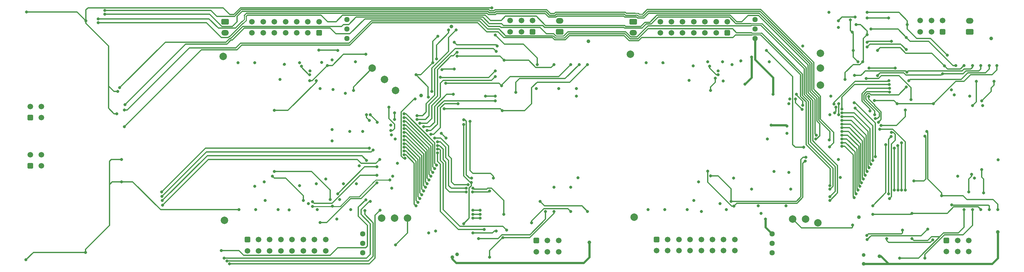
<source format=gbr>
%TF.GenerationSoftware,KiCad,Pcbnew,7.0.8*%
%TF.CreationDate,2024-01-12T20:03:42+01:00*%
%TF.ProjectId,BMS-Slave,424d532d-536c-4617-9665-2e6b69636164,rev?*%
%TF.SameCoordinates,Original*%
%TF.FileFunction,Copper,L4,Bot*%
%TF.FilePolarity,Positive*%
%FSLAX46Y46*%
G04 Gerber Fmt 4.6, Leading zero omitted, Abs format (unit mm)*
G04 Created by KiCad (PCBNEW 7.0.8) date 2024-01-12 20:03:42*
%MOMM*%
%LPD*%
G01*
G04 APERTURE LIST*
G04 Aperture macros list*
%AMRoundRect*
0 Rectangle with rounded corners*
0 $1 Rounding radius*
0 $2 $3 $4 $5 $6 $7 $8 $9 X,Y pos of 4 corners*
0 Add a 4 corners polygon primitive as box body*
4,1,4,$2,$3,$4,$5,$6,$7,$8,$9,$2,$3,0*
0 Add four circle primitives for the rounded corners*
1,1,$1+$1,$2,$3*
1,1,$1+$1,$4,$5*
1,1,$1+$1,$6,$7*
1,1,$1+$1,$8,$9*
0 Add four rect primitives between the rounded corners*
20,1,$1+$1,$2,$3,$4,$5,0*
20,1,$1+$1,$4,$5,$6,$7,0*
20,1,$1+$1,$6,$7,$8,$9,0*
20,1,$1+$1,$8,$9,$2,$3,0*%
G04 Aperture macros list end*
%TA.AperFunction,ComponentPad*%
%ADD10C,2.000000*%
%TD*%
%TA.AperFunction,ComponentPad*%
%ADD11RoundRect,0.250001X-0.759999X0.499999X-0.759999X-0.499999X0.759999X-0.499999X0.759999X0.499999X0*%
%TD*%
%TA.AperFunction,ComponentPad*%
%ADD12O,2.020000X1.500000*%
%TD*%
%TA.AperFunction,ComponentPad*%
%ADD13C,1.440000*%
%TD*%
%TA.AperFunction,ComponentPad*%
%ADD14RoundRect,0.250001X0.499999X0.499999X-0.499999X0.499999X-0.499999X-0.499999X0.499999X-0.499999X0*%
%TD*%
%TA.AperFunction,ComponentPad*%
%ADD15C,1.500000*%
%TD*%
%TA.AperFunction,ComponentPad*%
%ADD16RoundRect,0.250001X-0.499999X-0.499999X0.499999X-0.499999X0.499999X0.499999X-0.499999X0.499999X0*%
%TD*%
%TA.AperFunction,ComponentPad*%
%ADD17RoundRect,0.250001X0.499999X-0.499999X0.499999X0.499999X-0.499999X0.499999X-0.499999X-0.499999X0*%
%TD*%
%TA.AperFunction,ComponentPad*%
%ADD18RoundRect,0.250001X0.759999X-0.499999X0.759999X0.499999X-0.759999X0.499999X-0.759999X-0.499999X0*%
%TD*%
%TA.AperFunction,ViaPad*%
%ADD19C,0.800000*%
%TD*%
%TA.AperFunction,ViaPad*%
%ADD20C,1.000000*%
%TD*%
%TA.AperFunction,Conductor*%
%ADD21C,0.300000*%
%TD*%
%TA.AperFunction,Conductor*%
%ADD22C,0.600000*%
%TD*%
%TA.AperFunction,Conductor*%
%ADD23C,0.250000*%
%TD*%
G04 APERTURE END LIST*
D10*
%TO.P,TP16,1,1*%
%TO.N,/slave2_of_2/GND*%
X306250000Y-118750000D03*
%TD*%
D11*
%TO.P,J13,1,1*%
%TO.N,/slave2_of_2/GND*%
X256040000Y-106250000D03*
D12*
%TO.P,J13,2,2*%
%TO.N,/slave2_of_2/U_Analog_IN/T_sens7*%
X256040000Y-109250000D03*
%TD*%
D11*
%TO.P,J7,1,1*%
%TO.N,/slave1_of_2/GND*%
X146500000Y-106250000D03*
D12*
%TO.P,J7,2,2*%
%TO.N,/slave1_of_2/U_Analog_IN/T_sens7*%
X146500000Y-109250000D03*
%TD*%
D13*
%TO.P,U3,1,+VIN*%
%TO.N,Net-(U3-+VIN)*%
X179250000Y-105710000D03*
%TO.P,U3,2,GND*%
%TO.N,/slave1_of_2/GND*%
X179250000Y-108250000D03*
%TO.P,U3,3,+VOUT*%
%TO.N,Net-(U17-VI)*%
X179250000Y-110790000D03*
%TD*%
D10*
%TO.P,TP1,1,1*%
%TO.N,/slave1_of_2/prim+3V*%
X146000000Y-115600000D03*
%TD*%
D14*
%TO.P,J5,1,Pin_1*%
%TO.N,/slave1_of_2/U_Analog_IN/T_sens0*%
X171750000Y-109250000D03*
D15*
%TO.P,J5,2,Pin_2*%
%TO.N,/slave1_of_2/U_Analog_IN/T_sens1*%
X168750000Y-109250000D03*
%TO.P,J5,3,Pin_3*%
%TO.N,/slave1_of_2/U_Analog_IN/T_sens2*%
X165750000Y-109250000D03*
%TO.P,J5,4,Pin_4*%
%TO.N,/slave1_of_2/U_Analog_IN/T_sens3*%
X162750000Y-109250000D03*
%TO.P,J5,5,Pin_5*%
%TO.N,/slave1_of_2/U_Analog_IN/T_sens4*%
X159750000Y-109250000D03*
%TO.P,J5,6,Pin_6*%
%TO.N,/slave1_of_2/U_Analog_IN/T_sens5*%
X156750000Y-109250000D03*
%TO.P,J5,7,Pin_7*%
%TO.N,/slave1_of_2/U_Analog_IN/T_sens6*%
X153750000Y-109250000D03*
%TO.P,J5,8,Pin_8*%
%TO.N,/slave1_of_2/GND*%
X171750000Y-106250000D03*
%TO.P,J5,9,Pin_9*%
X168750000Y-106250000D03*
%TO.P,J5,10,Pin_10*%
X165750000Y-106250000D03*
%TO.P,J5,11,Pin_11*%
X162750000Y-106250000D03*
%TO.P,J5,12,Pin_12*%
X159750000Y-106250000D03*
%TO.P,J5,13,Pin_13*%
X156750000Y-106250000D03*
%TO.P,J5,14,Pin_14*%
X153750000Y-106250000D03*
%TD*%
D16*
%TO.P,J14,1,Pin_1*%
%TO.N,/slave2_of_2/U_Analog_IN/T_sens15*%
X262250000Y-164750000D03*
D15*
%TO.P,J14,2,Pin_2*%
%TO.N,/slave2_of_2/U_Analog_IN/T_sens14*%
X265250000Y-164750000D03*
%TO.P,J14,3,Pin_3*%
%TO.N,/slave2_of_2/U_Analog_IN/T_sens13*%
X268250000Y-164750000D03*
%TO.P,J14,4,Pin_4*%
%TO.N,/slave2_of_2/U_Analog_IN/T_sens12*%
X271250000Y-164750000D03*
%TO.P,J14,5,Pin_5*%
%TO.N,/slave2_of_2/U_Analog_IN/T_sens11*%
X274250000Y-164750000D03*
%TO.P,J14,6,Pin_6*%
%TO.N,/slave2_of_2/U_Analog_IN/T_sens10*%
X277250000Y-164750000D03*
%TO.P,J14,7,Pin_7*%
%TO.N,/slave2_of_2/U_Analog_IN/T_sens9*%
X280250000Y-164750000D03*
%TO.P,J14,8,Pin_8*%
%TO.N,/slave2_of_2/U_Analog_IN/T_sens8*%
X283250000Y-164750000D03*
%TO.P,J14,9,Pin_9*%
%TO.N,/slave2_of_2/GND*%
X262250000Y-167750000D03*
%TO.P,J14,10,Pin_10*%
X265250000Y-167750000D03*
%TO.P,J14,11,Pin_11*%
X268250000Y-167750000D03*
%TO.P,J14,12,Pin_12*%
X271250000Y-167750000D03*
%TO.P,J14,13,Pin_13*%
X274250000Y-167750000D03*
%TO.P,J14,14,Pin_14*%
X277250000Y-167750000D03*
%TO.P,J14,15,Pin_15*%
X280250000Y-167750000D03*
%TO.P,J14,16,Pin_16*%
X283250000Y-167750000D03*
%TD*%
D10*
%TO.P,TP5,1,1*%
%TO.N,/slave1_of_2/GND*%
X189250000Y-121750000D03*
%TD*%
%TO.P,TP7,1,1*%
%TO.N,/slave1_of_2/EXT_DC_ISO_sec*%
X195500000Y-159000000D03*
%TD*%
D17*
%TO.P,J1,1,1*%
%TO.N,/slave1_of_2/U_Primary_ADBMS/isoSPI_IN+*%
X94275000Y-145000000D03*
D15*
%TO.P,J1,2,2*%
%TO.N,/slave1_of_2/U_Primary_ADBMS/isoSPI_IN-*%
X94275000Y-142000000D03*
%TO.P,J1,3,3*%
%TO.N,/slave1_of_2/U_Secondary_ADBMS/isoSPI_IN-*%
X97275000Y-145000000D03*
%TO.P,J1,4,4*%
%TO.N,/slave1_of_2/U_Secondary_ADBMS/isoSPI_IN+*%
X97275000Y-142000000D03*
%TD*%
D10*
%TO.P,TP4,1,1*%
%TO.N,/slave1_of_2/EXT_DC_ISO_prim*%
X192250000Y-124750000D03*
%TD*%
D16*
%TO.P,J12,1,Pin_1*%
%TO.N,/slave2_of_2/U_Connectors/Cell.11*%
X340000000Y-165000000D03*
D15*
%TO.P,J12,2,Pin_2*%
%TO.N,/slave2_of_2/U_Connectors/Cell.9*%
X343000000Y-165000000D03*
%TO.P,J12,3,Pin_3*%
%TO.N,/slave2_of_2/U_Connectors/Cell.7*%
X346000000Y-165000000D03*
%TO.P,J12,4,Pin_4*%
%TO.N,/slave2_of_2/U_Connectors/Cell.10*%
X340000000Y-168000000D03*
%TO.P,J12,5,Pin_5*%
%TO.N,/slave2_of_2/U_Connectors/Cell.8*%
X343000000Y-168000000D03*
%TO.P,J12,6,Pin_6*%
%TO.N,/slave2_of_2/U_Connectors/Cell.6*%
X346000000Y-168000000D03*
%TD*%
D13*
%TO.P,U8,1,+VIN*%
%TO.N,Net-(U8-+VIN)*%
X183470000Y-168330000D03*
%TO.P,U8,2,GND*%
%TO.N,/slave1_of_2/GND*%
X183470000Y-165790000D03*
%TO.P,U8,3,+VOUT*%
%TO.N,Net-(U18-VI)*%
X183470000Y-163250000D03*
%TD*%
D10*
%TO.P,TP12,1,1*%
%TO.N,/slave2_of_2/GND*%
X302250000Y-159250000D03*
%TD*%
D14*
%TO.P,J4,1,Pin_1*%
%TO.N,/slave1_of_2/U_Connectors/Cell.3*%
X229000000Y-108940000D03*
D15*
%TO.P,J4,2,Pin_2*%
%TO.N,/slave1_of_2/U_Connectors/Cell.1*%
X226000000Y-108940000D03*
%TO.P,J4,3,Pin_3*%
%TO.N,/slave1_of_2/U_Connectors/Cell.GND*%
X223000000Y-108940000D03*
%TO.P,J4,4,Pin_4*%
%TO.N,/slave1_of_2/U_Connectors/Cell.4*%
X229000000Y-105940000D03*
%TO.P,J4,5,Pin_5*%
%TO.N,/slave1_of_2/U_Connectors/Cell.2*%
X226000000Y-105940000D03*
%TO.P,J4,6,Pin_6*%
%TO.N,/slave1_of_2/U_Connectors/Cell.0*%
X223000000Y-105940000D03*
%TD*%
D18*
%TO.P,J9,1,1*%
%TO.N,unconnected-(J9-Pad1)*%
X346250000Y-109000000D03*
D12*
%TO.P,J9,2,2*%
%TO.N,/slave2_of_2/U_Connectors/Cell.5*%
X346250000Y-106000000D03*
%TD*%
D16*
%TO.P,J6,1,Pin_1*%
%TO.N,/slave1_of_2/U_Connectors/Cell.11*%
X230000000Y-165060000D03*
D15*
%TO.P,J6,2,Pin_2*%
%TO.N,/slave1_of_2/U_Connectors/Cell.9*%
X233000000Y-165060000D03*
%TO.P,J6,3,Pin_3*%
%TO.N,/slave1_of_2/U_Connectors/Cell.7*%
X236000000Y-165060000D03*
%TO.P,J6,4,Pin_4*%
%TO.N,/slave1_of_2/U_Connectors/Cell.10*%
X230000000Y-168060000D03*
%TO.P,J6,5,Pin_5*%
%TO.N,/slave1_of_2/U_Connectors/Cell.8*%
X233000000Y-168060000D03*
%TO.P,J6,6,Pin_6*%
%TO.N,/slave1_of_2/U_Connectors/Cell.6*%
X236000000Y-168060000D03*
%TD*%
D10*
%TO.P,TP10,1,1*%
%TO.N,/slave2_of_2/sec+5v*%
X298750000Y-159250000D03*
%TD*%
D18*
%TO.P,J3,1,1*%
%TO.N,unconnected-(J3-Pad1)*%
X236250000Y-109000000D03*
D12*
%TO.P,J3,2,2*%
%TO.N,/slave1_of_2/U_Connectors/Cell.5*%
X236250000Y-106000000D03*
%TD*%
D10*
%TO.P,TP6,1,1*%
%TO.N,/slave1_of_2/sec+5v*%
X188500000Y-159000000D03*
%TD*%
D14*
%TO.P,J11,1,Pin_1*%
%TO.N,/slave2_of_2/U_Analog_IN/T_sens0*%
X281250000Y-109250000D03*
D15*
%TO.P,J11,2,Pin_2*%
%TO.N,/slave2_of_2/U_Analog_IN/T_sens1*%
X278250000Y-109250000D03*
%TO.P,J11,3,Pin_3*%
%TO.N,/slave2_of_2/U_Analog_IN/T_sens2*%
X275250000Y-109250000D03*
%TO.P,J11,4,Pin_4*%
%TO.N,/slave2_of_2/U_Analog_IN/T_sens3*%
X272250000Y-109250000D03*
%TO.P,J11,5,Pin_5*%
%TO.N,/slave2_of_2/U_Analog_IN/T_sens4*%
X269250000Y-109250000D03*
%TO.P,J11,6,Pin_6*%
%TO.N,/slave2_of_2/U_Analog_IN/T_sens5*%
X266250000Y-109250000D03*
%TO.P,J11,7,Pin_7*%
%TO.N,/slave2_of_2/U_Analog_IN/T_sens6*%
X263250000Y-109250000D03*
%TO.P,J11,8,Pin_8*%
%TO.N,/slave2_of_2/GND*%
X281250000Y-106250000D03*
%TO.P,J11,9,Pin_9*%
X278250000Y-106250000D03*
%TO.P,J11,10,Pin_10*%
X275250000Y-106250000D03*
%TO.P,J11,11,Pin_11*%
X272250000Y-106250000D03*
%TO.P,J11,12,Pin_12*%
X269250000Y-106250000D03*
%TO.P,J11,13,Pin_13*%
X266250000Y-106250000D03*
%TO.P,J11,14,Pin_14*%
X263250000Y-106250000D03*
%TD*%
D16*
%TO.P,J8,1,Pin_1*%
%TO.N,/slave1_of_2/U_Analog_IN/T_sens15*%
X152500000Y-164810000D03*
D15*
%TO.P,J8,2,Pin_2*%
%TO.N,/slave1_of_2/U_Analog_IN/T_sens14*%
X155500000Y-164810000D03*
%TO.P,J8,3,Pin_3*%
%TO.N,/slave1_of_2/U_Analog_IN/T_sens13*%
X158500000Y-164810000D03*
%TO.P,J8,4,Pin_4*%
%TO.N,/slave1_of_2/U_Analog_IN/T_sens12*%
X161500000Y-164810000D03*
%TO.P,J8,5,Pin_5*%
%TO.N,/slave1_of_2/U_Analog_IN/T_sens11*%
X164500000Y-164810000D03*
%TO.P,J8,6,Pin_6*%
%TO.N,/slave1_of_2/U_Analog_IN/T_sens10*%
X167500000Y-164810000D03*
%TO.P,J8,7,Pin_7*%
%TO.N,/slave1_of_2/U_Analog_IN/T_sens9*%
X170500000Y-164810000D03*
%TO.P,J8,8,Pin_8*%
%TO.N,/slave1_of_2/U_Analog_IN/T_sens8*%
X173500000Y-164810000D03*
%TO.P,J8,9,Pin_9*%
%TO.N,/slave1_of_2/GND*%
X152500000Y-167810000D03*
%TO.P,J8,10,Pin_10*%
X155500000Y-167810000D03*
%TO.P,J8,11,Pin_11*%
X158500000Y-167810000D03*
%TO.P,J8,12,Pin_12*%
X161500000Y-167810000D03*
%TO.P,J8,13,Pin_13*%
X164500000Y-167810000D03*
%TO.P,J8,14,Pin_14*%
X167500000Y-167810000D03*
%TO.P,J8,15,Pin_15*%
X170500000Y-167810000D03*
%TO.P,J8,16,Pin_16*%
X173500000Y-167810000D03*
%TD*%
D10*
%TO.P,TP13,1,1*%
%TO.N,/slave2_of_2/prim+3V*%
X255250000Y-115000000D03*
%TD*%
%TO.P,TP14,1,1*%
%TO.N,/slave2_of_2/prim+5V*%
X306250000Y-114750000D03*
%TD*%
%TO.P,TP11,1,1*%
%TO.N,/slave2_of_2/EXT_DC_ISO_sec*%
X305500000Y-160250000D03*
%TD*%
%TO.P,TP2,1,1*%
%TO.N,/slave1_of_2/sec+3v*%
X146400000Y-159600000D03*
%TD*%
D17*
%TO.P,J2,1,1*%
%TO.N,/slave2_of_2/U_Primary_ADBMS/isoSPI_OUT+*%
X94255000Y-132000000D03*
D15*
%TO.P,J2,2,2*%
%TO.N,/slave2_of_2/U_Primary_ADBMS/isoSPI_OUT-*%
X94255000Y-129000000D03*
%TO.P,J2,3,3*%
%TO.N,/slave2_of_2/U_Secondary_ADBMS/isoSPI_OUT-*%
X97255000Y-132000000D03*
%TO.P,J2,4,4*%
%TO.N,/slave2_of_2/U_Secondary_ADBMS/isoSPI_OUT+*%
X97255000Y-129000000D03*
%TD*%
D10*
%TO.P,TP15,1,1*%
%TO.N,/slave2_of_2/EXT_DC_ISO_prim*%
X306250000Y-123250000D03*
%TD*%
%TO.P,TP9,1,1*%
%TO.N,/slave2_of_2/sec+3v*%
X256250000Y-158750000D03*
%TD*%
%TO.P,TP3,1,1*%
%TO.N,/slave1_of_2/prim+5V*%
X186000000Y-118750000D03*
%TD*%
D13*
%TO.P,U12,1,+VIN*%
%TO.N,Net-(U12-+VIN)*%
X288700000Y-105710000D03*
%TO.P,U12,2,GND*%
%TO.N,/slave2_of_2/GND*%
X288700000Y-108250000D03*
%TO.P,U12,3,+VOUT*%
%TO.N,Net-(U12-+VOUT)*%
X288700000Y-110790000D03*
%TD*%
%TO.P,U10,1,+VIN*%
%TO.N,Net-(U10-+VIN)*%
X293250000Y-168330000D03*
%TO.P,U10,2,GND*%
%TO.N,/slave2_of_2/GND*%
X293250000Y-165790000D03*
%TO.P,U10,3,+VOUT*%
%TO.N,Net-(U10-+VOUT)*%
X293250000Y-163250000D03*
%TD*%
D14*
%TO.P,J10,1,Pin_1*%
%TO.N,/slave2_of_2/U_Connectors/Cell.3*%
X339000000Y-108940000D03*
D15*
%TO.P,J10,2,Pin_2*%
%TO.N,/slave2_of_2/U_Connectors/Cell.1*%
X336000000Y-108940000D03*
%TO.P,J10,3,Pin_3*%
%TO.N,/slave2_of_2/U_Connectors/Cell.GND*%
X333000000Y-108940000D03*
%TO.P,J10,4,Pin_4*%
%TO.N,/slave2_of_2/U_Connectors/Cell.4*%
X339000000Y-105940000D03*
%TO.P,J10,5,Pin_5*%
%TO.N,/slave2_of_2/U_Connectors/Cell.2*%
X336000000Y-105940000D03*
%TO.P,J10,6,Pin_6*%
%TO.N,/slave2_of_2/U_Connectors/Cell.0*%
X333000000Y-105940000D03*
%TD*%
D10*
%TO.P,TP8,1,1*%
%TO.N,/slave1_of_2/GND*%
X192000000Y-159000000D03*
%TD*%
D19*
%TO.N,/slave1_of_2/prim+5V*%
X180000000Y-135725000D03*
X169250000Y-122125000D03*
X191140192Y-136689693D03*
X204500000Y-136250000D03*
X174000000Y-118000000D03*
X205779977Y-137529977D03*
X184250000Y-115000000D03*
X180975000Y-124750000D03*
X192200500Y-137750000D03*
%TO.N,/slave1_of_2/GND*%
X161250000Y-121750000D03*
X191500000Y-147750000D03*
X172470023Y-117220023D03*
X203000000Y-162500000D03*
X169309954Y-119500000D03*
X118750000Y-143250000D03*
X180250000Y-156750000D03*
X175250000Y-135250000D03*
X175250000Y-116500000D03*
X201175500Y-163000000D03*
X177279977Y-154029977D03*
X241177484Y-148167530D03*
X154500000Y-117250000D03*
X239250000Y-150750000D03*
X163720023Y-156779977D03*
X171250000Y-156750000D03*
X191000000Y-134000000D03*
X240750000Y-126250000D03*
X234750000Y-150750000D03*
X181750000Y-149750000D03*
X150250000Y-156750000D03*
D20*
X207250000Y-107500000D03*
D19*
X236000000Y-124250000D03*
X118750000Y-149250500D03*
X160725000Y-156750000D03*
X230000000Y-124250000D03*
X154500000Y-150500000D03*
X240750000Y-124250000D03*
X178750000Y-125500000D03*
X93100000Y-170200000D03*
D20*
X244000000Y-111500000D03*
D19*
X162407107Y-117700000D03*
X109100000Y-168200000D03*
X154750000Y-156750000D03*
X166500000Y-150250000D03*
X183400000Y-135750000D03*
X150000000Y-117250000D03*
X166500000Y-117250000D03*
%TO.N,/slave1_of_2/prim+3V*%
X191000000Y-135500000D03*
X171700000Y-113900000D03*
X190500000Y-129250000D03*
X176750000Y-114000000D03*
%TO.N,Net-(U1-V+)*%
X194828552Y-142943959D03*
X197500000Y-127000000D03*
%TO.N,/slave1_of_2/sec+5v*%
X171000000Y-149750000D03*
X157270434Y-154270434D03*
X192782477Y-144250500D03*
X168875000Y-155125000D03*
X178250000Y-149750000D03*
X157000000Y-149250000D03*
X191250000Y-151000000D03*
X182500000Y-145000000D03*
%TO.N,/slave1_of_2/sec+3v*%
X172000000Y-160189162D03*
X187250000Y-149500000D03*
D20*
%TO.N,/slave1_of_2/EXT_DC_ISO_prim*%
X199075250Y-126075250D03*
X208750000Y-168750000D03*
D19*
%TO.N,/slave1_of_2/U_Primary_ADBMS/C10*%
X198750000Y-153750000D03*
X194500000Y-140000000D03*
%TO.N,/slave1_of_2/U_Primary_ADBMS/C9*%
X194500000Y-139000000D03*
X199250000Y-152750000D03*
%TO.N,/slave1_of_2/U_Primary_ADBMS/C8*%
X199750000Y-151750000D03*
X194500000Y-138000000D03*
%TO.N,/slave1_of_2/U_Primary_ADBMS/C7*%
X194500000Y-137000000D03*
X200250000Y-150750000D03*
%TO.N,/slave1_of_2/U_Primary_ADBMS/C6*%
X200750000Y-149750000D03*
X194500000Y-136000000D03*
%TO.N,/slave1_of_2/U_Primary_ADBMS/C5*%
X201250000Y-148750000D03*
X194500000Y-135000000D03*
%TO.N,/slave1_of_2/U_Primary_ADBMS/C4*%
X194500000Y-134000000D03*
X201750000Y-147750000D03*
%TO.N,/slave1_of_2/U_Primary_ADBMS/C3*%
X202250000Y-146750000D03*
X194500000Y-133000000D03*
%TO.N,/slave1_of_2/U_Primary_ADBMS/C2*%
X202750000Y-145750000D03*
X194500000Y-132000000D03*
%TO.N,/slave1_of_2/U_Primary_ADBMS/C12*%
X194500000Y-142000000D03*
X197750000Y-155750000D03*
%TO.N,/slave1_of_2/U_Primary_ADBMS/C11*%
X198250000Y-154750000D03*
X194500000Y-141000000D03*
%TO.N,/slave1_of_2/U_Primary_ADBMS/C1*%
X203250000Y-144750000D03*
X194500000Y-131000000D03*
%TO.N,/slave1_of_2/Temp_MUX_sec*%
X187250000Y-145250000D03*
X176720023Y-152470023D03*
%TO.N,/slave1_of_2/EXT_DC_ISO_sec*%
X192250000Y-166250000D03*
%TO.N,/slave1_of_2/U_Passive_Balancing/GLOBAL_BAL_FEEDBACK*%
X192000000Y-130750000D03*
X203625000Y-110125000D03*
X212625000Y-148250000D03*
X191970023Y-132529977D03*
X197750000Y-120500000D03*
X202250000Y-117250000D03*
X201029977Y-126529977D03*
X210500000Y-132615000D03*
%TO.N,/slave2_of_2/sec+5v*%
X279250000Y-155100000D03*
X272225500Y-154250000D03*
X315500000Y-105000000D03*
X314875000Y-160875000D03*
X297000000Y-155750000D03*
X273500000Y-149250000D03*
X311000000Y-106000000D03*
%TO.N,/slave2_of_2/GND*%
X311549500Y-148073466D03*
D20*
X316500000Y-158750000D03*
D19*
X272050500Y-118100000D03*
X346250000Y-126250000D03*
X109200000Y-106000000D03*
X297250000Y-134250000D03*
X93250000Y-103600000D03*
X264000000Y-117250000D03*
X308750000Y-131250000D03*
X293750000Y-146500000D03*
X308500000Y-103750000D03*
X297750000Y-128250000D03*
X281000000Y-156750000D03*
D20*
X352000000Y-110750000D03*
D19*
X297724500Y-146697158D03*
X343000000Y-147750000D03*
X117750000Y-125000000D03*
X311000500Y-143250000D03*
X278750000Y-119500000D03*
X298250000Y-151250000D03*
X218055752Y-102555751D03*
X342129977Y-125879977D03*
X264500000Y-156750000D03*
X271000000Y-122000000D03*
X293000000Y-134000000D03*
X274312250Y-157194099D03*
X117500000Y-131000000D03*
X347500000Y-148250000D03*
X260000000Y-156750000D03*
X349700000Y-128747858D03*
X309000000Y-126250000D03*
X353875000Y-143375000D03*
X276000000Y-117000000D03*
X284900000Y-116800000D03*
X297250000Y-136250000D03*
X259500000Y-117250000D03*
X280000000Y-117000000D03*
X341320023Y-124570023D03*
X287750000Y-151225000D03*
X270475000Y-156750000D03*
X289500000Y-155750000D03*
%TO.N,/slave2_of_2/U_Primary_ADBMS/C10*%
X316250000Y-151500000D03*
X346000000Y-152000000D03*
X346750000Y-147250000D03*
X312000000Y-137750000D03*
%TO.N,/slave2_of_2/U_Primary_ADBMS/C9*%
X350000000Y-152250000D03*
X316750000Y-150500000D03*
X349500000Y-146000000D03*
X312000000Y-136750000D03*
%TO.N,/slave2_of_2/U_Primary_ADBMS/C8*%
X317250000Y-149500000D03*
X312000000Y-135750000D03*
%TO.N,/slave2_of_2/U_Primary_ADBMS/C7*%
X317750000Y-148500000D03*
X312000000Y-134749503D03*
%TO.N,/slave2_of_2/U_Primary_ADBMS/C6*%
X318250000Y-147500000D03*
X312000000Y-133750000D03*
%TO.N,/slave2_of_2/U_Primary_ADBMS/C5*%
X352750000Y-122250000D03*
X312000000Y-132750000D03*
X318750000Y-146500000D03*
X349499647Y-127499646D03*
%TO.N,/slave2_of_2/U_Primary_ADBMS/C4*%
X312000000Y-131750000D03*
X319250000Y-145500000D03*
%TO.N,/slave2_of_2/U_Primary_ADBMS/C3*%
X319750000Y-144500000D03*
X312000000Y-130750000D03*
X347000000Y-128750000D03*
X348000000Y-122250000D03*
%TO.N,/slave2_of_2/U_Primary_ADBMS/C2*%
X320250000Y-143500000D03*
X315500000Y-129500000D03*
%TO.N,/slave2_of_2/U_Primary_ADBMS/C12*%
X312000000Y-139749503D03*
X315250000Y-153500000D03*
%TO.N,/slave2_of_2/U_Primary_ADBMS/C11*%
X312000000Y-138750000D03*
X315750000Y-152500000D03*
%TO.N,/slave2_of_2/U_Primary_ADBMS/C1*%
X315250000Y-128024500D03*
X320971120Y-142500000D03*
%TO.N,/slave2_of_2/U_Primary_ADBMS/C0*%
X310369796Y-129250000D03*
X310000000Y-130749500D03*
%TO.N,/slave2_of_2/prim+5V*%
X301500000Y-112750000D03*
X282500000Y-117749500D03*
X292500000Y-117000000D03*
X298000500Y-127000000D03*
X311000000Y-107750000D03*
X280100000Y-122150000D03*
%TO.N,/slave2_of_2/prim+3V*%
X291718750Y-113968750D03*
X301750000Y-140000000D03*
%TO.N,Net-(U11-V+)*%
X311119296Y-128250000D03*
X311118843Y-131221771D03*
%TO.N,/slave2_of_2/U_Passive_Balancing/GLOBAL_BAL_FEEDBACK*%
X316250000Y-117000000D03*
X315029977Y-114000000D03*
X324500500Y-152500000D03*
X314250000Y-105750000D03*
X325215145Y-137094809D03*
X314750000Y-109099500D03*
D20*
%TO.N,/slave2_of_2/EXT_DC_ISO_prim*%
X317837500Y-168912500D03*
%TO.N,/slave1_of_2/VBAT+*%
X207500000Y-169500000D03*
X244250000Y-165500000D03*
D19*
%TO.N,Net-(IC10-C)*%
X212539317Y-149485903D03*
X204654977Y-119154977D03*
X203250000Y-116250000D03*
X210500000Y-133885000D03*
X206500000Y-108500000D03*
X208000000Y-119000000D03*
X210500000Y-160500000D03*
D20*
%TO.N,/slave2_of_2/VBAT+*%
X322000000Y-169250000D03*
X353750000Y-162750000D03*
X317775500Y-171250000D03*
D19*
%TO.N,Net-(IC17-C)*%
X317520000Y-117000000D03*
X315750000Y-107000000D03*
X324750000Y-153750000D03*
X318750000Y-109750000D03*
X312824500Y-121800000D03*
X325250000Y-136000000D03*
%TO.N,/slave1_of_2/U_Input_Fuses/Cell_Fused.GND*%
X230250000Y-117750000D03*
X219000000Y-109799999D03*
%TO.N,/slave1_of_2/U_Input_Fuses/Cell_Fused.1*%
X208750000Y-115500000D03*
X234750000Y-117750000D03*
X221375000Y-116625000D03*
%TO.N,/slave1_of_2/U_Input_Fuses/Cell_Fused.3*%
X220736850Y-123486850D03*
X239250000Y-117750000D03*
X205750000Y-122750000D03*
%TO.N,/slave1_of_2/U_Input_Fuses/Cell_Fused.4*%
X241500000Y-117750000D03*
X224500000Y-125225000D03*
%TO.N,/slave1_of_2/U_Input_Fuses/Cell_Fused.5*%
X243750000Y-117750000D03*
X205250000Y-129615000D03*
X220875000Y-130125000D03*
%TO.N,/slave1_of_2/U_Input_Fuses/Cell_Fused.6*%
X218500000Y-148250000D03*
X243750000Y-157250000D03*
X212250000Y-133000000D03*
X231000000Y-154500000D03*
%TO.N,/slave1_of_2/U_Input_Fuses/Cell_Fused.7*%
X214900000Y-156899500D03*
X213000500Y-156876268D03*
%TO.N,/slave1_of_2/U_Input_Fuses/Cell_Fused.8*%
X213000000Y-159000000D03*
X228750000Y-160250000D03*
X239250000Y-157250000D03*
X214900000Y-158999503D03*
%TO.N,/slave1_of_2/U_Input_Fuses/Cell_Fused.10*%
X217500000Y-169499500D03*
X221029977Y-164279977D03*
X234750000Y-157250000D03*
%TO.N,/slave1_of_2/U_Input_Fuses/Cell_Fused.11*%
X214500000Y-164500000D03*
X232500000Y-157250000D03*
%TO.N,/slave2_of_2/U_Input_Fuses/Cell_Fused.GND*%
X318750000Y-103750000D03*
X340250000Y-115250000D03*
X329500000Y-107000000D03*
%TO.N,/slave2_of_2/U_Input_Fuses/Cell_Fused.0*%
X329250000Y-110500000D03*
X319750000Y-108250000D03*
X342500000Y-118000000D03*
%TO.N,/slave2_of_2/U_Input_Fuses/Cell_Fused.1*%
X339500500Y-118154977D03*
X344750000Y-118000000D03*
X321500000Y-114000000D03*
%TO.N,/slave2_of_2/U_Input_Fuses/Cell_Fused.2*%
X329425000Y-119825000D03*
X347000000Y-118000000D03*
X315325500Y-120688813D03*
%TO.N,/slave2_of_2/U_Input_Fuses/Cell_Fused.3*%
X321500000Y-120750000D03*
X349250000Y-118000000D03*
X339000000Y-120250000D03*
%TO.N,/slave2_of_2/U_Input_Fuses/Cell_Fused.4*%
X351500000Y-118000000D03*
X329875000Y-122125000D03*
%TO.N,/slave2_of_2/U_Input_Fuses/Cell_Fused.5*%
X336500000Y-128250000D03*
X326750000Y-128250000D03*
X320651700Y-127446443D03*
X353500000Y-118000000D03*
%TO.N,/slave2_of_2/U_Input_Fuses/Cell_Fused.6*%
X353750000Y-156750000D03*
X338750000Y-153000000D03*
X334750000Y-135750000D03*
%TO.N,/slave2_of_2/U_Input_Fuses/Cell_Fused.7*%
X351500000Y-156750000D03*
X341425500Y-155486581D03*
%TO.N,/slave2_of_2/U_Input_Fuses/Cell_Fused.8*%
X320250000Y-158000000D03*
X349250000Y-156750000D03*
X330750000Y-157750000D03*
%TO.N,/slave2_of_2/U_Input_Fuses/Cell_Fused.9*%
X334250000Y-169750000D03*
X347000000Y-156750000D03*
%TO.N,/slave2_of_2/U_Input_Fuses/Cell_Fused.10*%
X344750000Y-156750000D03*
X327500000Y-169750000D03*
X330750000Y-164500000D03*
%TO.N,/slave2_of_2/U_Input_Fuses/Cell_Fused.11*%
X336345023Y-164845023D03*
X324000000Y-164500000D03*
%TO.N,/slave1_of_2/SDA1*%
X171000000Y-122125500D03*
X187376742Y-133250500D03*
X159750000Y-130095000D03*
X185499503Y-131250000D03*
%TO.N,/slave1_of_2/SCL1*%
X184500000Y-131250000D03*
X185250000Y-132750000D03*
%TO.N,/slave1_of_2/SDA2*%
X159250000Y-147750000D03*
X187250000Y-147500000D03*
X170000000Y-154574500D03*
X167500000Y-154250000D03*
%TO.N,/slave1_of_2/SCL2*%
X174750000Y-154000000D03*
X175339604Y-155789604D03*
X159750000Y-146500000D03*
X170000000Y-155850000D03*
X190750000Y-148750000D03*
%TO.N,Net-(IC5-A)*%
X219000000Y-119500000D03*
X204250000Y-121125000D03*
%TO.N,Net-(IC6-A)*%
X214900000Y-158000000D03*
X213000000Y-158000000D03*
%TO.N,Net-(IC9-A)*%
X219500000Y-112750000D03*
X207970023Y-111750000D03*
%TO.N,Net-(IC11-A)*%
X213000000Y-163000000D03*
X219250000Y-162500000D03*
%TO.N,Net-(IC13-A)*%
X216413000Y-126250000D03*
X219000000Y-126250000D03*
%TO.N,/slave2_of_2/SDA2*%
X282250000Y-154549500D03*
X276750000Y-147655000D03*
X302342621Y-142697408D03*
%TO.N,/slave2_of_2/SCL2*%
X302136849Y-143675500D03*
X282970023Y-155779977D03*
X276000000Y-146385000D03*
%TO.N,/slave2_of_2/SDA1*%
X299750000Y-125750000D03*
X301500000Y-128700000D03*
X278000000Y-121400500D03*
X276750000Y-124750000D03*
%TO.N,/slave2_of_2/SCL1*%
X299500000Y-127000000D03*
X301300000Y-129800000D03*
%TO.N,Net-(IC17-A)*%
X330500000Y-127200000D03*
X318500000Y-121500500D03*
%TO.N,Net-(IC21-A)*%
X318750000Y-113000000D03*
X329250000Y-113750000D03*
%TO.N,Net-(IC22-A)*%
X334250000Y-137000000D03*
X331250000Y-149000000D03*
%TO.N,Net-(IC25-A)*%
X328250000Y-162250000D03*
X318654977Y-163654977D03*
%TO.N,Net-(IC28-A)*%
X335000000Y-162000000D03*
X318779977Y-164779977D03*
%TO.N,/slave1_of_2/U_Primary_ADBMS/IN_M1*%
X185250000Y-140250000D03*
X129500000Y-152000000D03*
%TO.N,/slave1_of_2/U_Primary_ADBMS/IN_P1*%
X129595023Y-153154977D03*
X186250000Y-140750000D03*
%TO.N,/slave1_of_2/U_Primary_ADBMS/OUT_M1*%
X184500000Y-143500000D03*
X129690046Y-154309954D03*
%TO.N,/slave1_of_2/U_Primary_ADBMS/OUT_P1*%
X129750000Y-155500000D03*
X188000000Y-143250000D03*
%TO.N,/slave1_of_2/U_Secondary_ADBMS/IN_M1*%
X145500000Y-167750000D03*
X184250000Y-154074500D03*
%TO.N,/slave1_of_2/U_Secondary_ADBMS/IN_P1*%
X185500000Y-154524500D03*
X146250000Y-169750000D03*
%TO.N,/slave1_of_2/U_Secondary_ADBMS/OUT_M1*%
X147000000Y-170500000D03*
X184000000Y-157000000D03*
%TO.N,/slave1_of_2/U_Secondary_ADBMS/OUT_P1*%
X147750000Y-171250000D03*
X188104987Y-156854987D03*
%TO.N,/slave1_of_2/U_Passive_Balancing/S5*%
X207750000Y-125750000D03*
X199750000Y-134500000D03*
%TO.N,/slave1_of_2/U_Passive_Balancing/S10*%
X217500000Y-151750000D03*
X203500000Y-139500000D03*
X212940988Y-151999057D03*
X211250500Y-151999503D03*
%TO.N,/slave1_of_2/U_Passive_Balancing/S4*%
X219000000Y-121000000D03*
X198750000Y-133500000D03*
%TO.N,/slave1_of_2/U_Passive_Balancing/S9*%
X211250500Y-151000000D03*
X221250000Y-158000000D03*
X213000000Y-151000000D03*
X203500000Y-138500000D03*
%TO.N,/slave1_of_2/U_Passive_Balancing/S3*%
X208750000Y-114500000D03*
X198000000Y-132500000D03*
%TO.N,/slave1_of_2/U_Passive_Balancing/S8*%
X202750000Y-137500000D03*
X211701796Y-150031396D03*
%TO.N,/slave1_of_2/U_Passive_Balancing/S2*%
X198000000Y-131500000D03*
X219250000Y-114250000D03*
%TO.N,/slave1_of_2/U_Passive_Balancing/S7*%
X201750000Y-136500000D03*
X209000000Y-128250000D03*
%TO.N,/slave1_of_2/U_Passive_Balancing/S12*%
X203500000Y-141500000D03*
X216000000Y-162065300D03*
%TO.N,/slave1_of_2/U_Passive_Balancing/S1*%
X202000000Y-125000000D03*
X208500000Y-108500000D03*
%TO.N,/slave1_of_2/U_Passive_Balancing/S6*%
X200750000Y-135500000D03*
X219000000Y-127500000D03*
%TO.N,/slave1_of_2/U_Passive_Balancing/S11*%
X222029977Y-162220023D03*
X203500000Y-140500000D03*
%TO.N,/slave2_of_2/U_Secondary_ADBMS/IN_M1*%
X308762299Y-150262299D03*
X119500000Y-134500000D03*
%TO.N,/slave2_of_2/U_Secondary_ADBMS/IN_P1*%
X119500000Y-130000000D03*
X308774253Y-151261730D03*
%TO.N,/slave2_of_2/U_Secondary_ADBMS/OUT_M1*%
X308750000Y-153250000D03*
X119700000Y-128500000D03*
%TO.N,/slave2_of_2/U_Secondary_ADBMS/OUT_P1*%
X118250000Y-124000000D03*
X308750000Y-154249503D03*
%TO.N,/slave2_of_2/U_Primary_ADBMS/IN_M1*%
X305089567Y-136735031D03*
X112500000Y-106499503D03*
%TO.N,/slave2_of_2/U_Primary_ADBMS/IN_P1*%
X112500000Y-105500000D03*
X304954536Y-137800000D03*
%TO.N,/slave2_of_2/U_Primary_ADBMS/OUT_M1*%
X308600000Y-137995805D03*
X114250000Y-104250000D03*
%TO.N,/slave2_of_2/U_Primary_ADBMS/OUT_P1*%
X114250000Y-103249500D03*
X308669173Y-139900049D03*
%TO.N,/slave2_of_2/U_Passive_Balancing/S5*%
X320980746Y-132269254D03*
X329279977Y-123779977D03*
%TO.N,/slave2_of_2/U_Passive_Balancing/S10*%
X323751000Y-139274500D03*
X320250000Y-155750000D03*
%TO.N,/slave2_of_2/U_Passive_Balancing/S4*%
X326250000Y-118750000D03*
X319250000Y-118750000D03*
X324749959Y-125141421D03*
X320750000Y-131250000D03*
%TO.N,/slave2_of_2/U_Passive_Balancing/S9*%
X327999503Y-151500000D03*
X327990367Y-138774223D03*
%TO.N,/slave2_of_2/U_Passive_Balancing/S3*%
X319500000Y-130250000D03*
X324750246Y-124141919D03*
%TO.N,/slave2_of_2/U_Passive_Balancing/S8*%
X322100000Y-135100000D03*
X329000000Y-151500000D03*
%TO.N,/slave2_of_2/U_Passive_Balancing/S2*%
X318750000Y-111750000D03*
X325249500Y-111500000D03*
X312000000Y-129750000D03*
X324696105Y-123143884D03*
%TO.N,/slave2_of_2/U_Passive_Balancing/S7*%
X322500500Y-134129486D03*
X329000000Y-130000000D03*
%TO.N,/slave2_of_2/U_Passive_Balancing/S12*%
X326000000Y-151500000D03*
X325999500Y-140250000D03*
%TO.N,/slave2_of_2/U_Passive_Balancing/S1*%
X324500000Y-105250000D03*
X309822871Y-128322871D03*
X318750000Y-105250000D03*
X324587500Y-122104977D03*
%TO.N,/slave2_of_2/U_Passive_Balancing/S6*%
X319122609Y-126317760D03*
X321800000Y-133250000D03*
%TO.N,/slave2_of_2/U_Passive_Balancing/S11*%
X327000000Y-151500000D03*
X326973704Y-139499500D03*
%TO.N,/slave1_of_2/U_Analog_IN/OPA_TEMP_prim*%
X169250000Y-120500000D03*
X166980746Y-118230746D03*
%TO.N,/slave2_of_2/U_Analog_IN/OPA_TEMP_prim*%
X276470023Y-118220023D03*
X278750000Y-120499503D03*
%TO.N,Net-(U17-VI)*%
X175500000Y-124500000D03*
%TO.N,Net-(U18-VI)*%
X175250000Y-138250000D03*
%TO.N,Net-(U17-VO)*%
X172000000Y-124250000D03*
X181500000Y-117000000D03*
%TO.N,Net-(U18-VO)*%
X176500000Y-159250000D03*
X173500000Y-148500000D03*
%TO.N,Net-(U19-VO)*%
X282925000Y-148250000D03*
X290250000Y-157750000D03*
%TO.N,Net-(U20-VO)*%
X287750000Y-115750000D03*
X286000000Y-123000000D03*
%TO.N,Net-(U10-+VOUT)*%
X291500000Y-159250000D03*
X292000000Y-137750000D03*
%TO.N,Net-(U12-+VOUT)*%
X293500000Y-125750000D03*
%TD*%
D21*
%TO.N,/slave1_of_2/prim+5V*%
X184250000Y-115000000D02*
X178310661Y-115000000D01*
X178310661Y-115000000D02*
X175310661Y-118000000D01*
X175310661Y-118000000D02*
X174000000Y-118000000D01*
X204500000Y-136250000D02*
X205779977Y-137529977D01*
X191140192Y-136689693D02*
X191140193Y-136689693D01*
X180975000Y-123775000D02*
X186000000Y-118750000D01*
X169875000Y-122125000D02*
X174000000Y-118000000D01*
X169250000Y-122125000D02*
X169875000Y-122125000D01*
X180975000Y-124750000D02*
X180975000Y-123775000D01*
%TO.N,/slave1_of_2/GND*%
X121750500Y-149250500D02*
X118750000Y-149250500D01*
X109100000Y-167400000D02*
X115500000Y-161000000D01*
X109100000Y-168200000D02*
X109100000Y-167400000D01*
X116000000Y-143250000D02*
X118750000Y-143250000D01*
X115500000Y-150000000D02*
X116249500Y-149250500D01*
X95100000Y-168200000D02*
X93100000Y-170200000D01*
X150250000Y-156750000D02*
X129250000Y-156750000D01*
X162407107Y-117700000D02*
X162225937Y-117881170D01*
X115500000Y-150000000D02*
X115500000Y-143750000D01*
X115500000Y-143750000D02*
X116000000Y-143250000D01*
X109100000Y-168200000D02*
X95100000Y-168200000D01*
X129250000Y-156750000D02*
X121750500Y-149250500D01*
X172470023Y-117220023D02*
X172440046Y-117250000D01*
X171220023Y-156779977D02*
X171250000Y-156750000D01*
X160725000Y-156750000D02*
X160754977Y-156779977D01*
X181559954Y-149750000D02*
X181750000Y-149750000D01*
X115500000Y-161000000D02*
X115500000Y-150000000D01*
X116249500Y-149250500D02*
X118750000Y-149250500D01*
%TO.N,/slave1_of_2/prim+3V*%
X171700000Y-113900000D02*
X171754243Y-113845757D01*
X192000000Y-133750000D02*
X192000000Y-135000000D01*
X191500000Y-135500000D02*
X191000000Y-135500000D01*
X171754243Y-113845757D02*
X176595757Y-113845757D01*
X190500000Y-129250000D02*
X190500000Y-132250000D01*
X190500000Y-132250000D02*
X192000000Y-133750000D01*
X192000000Y-135000000D02*
X191500000Y-135500000D01*
X176595757Y-113845757D02*
X176750000Y-114000000D01*
%TO.N,Net-(U1-V+)*%
X197250000Y-127000000D02*
X193750000Y-130500000D01*
X193750000Y-142310661D02*
X194383298Y-142943959D01*
X194383298Y-142943959D02*
X194828552Y-142943959D01*
X193750000Y-130500000D02*
X193750000Y-142310661D01*
X197500000Y-127000000D02*
X197250000Y-127000000D01*
%TO.N,/slave1_of_2/sec+3v*%
X172000000Y-160189162D02*
X173810838Y-160189162D01*
X183000000Y-153750000D02*
X187250000Y-149500000D01*
X180250000Y-153750000D02*
X183000000Y-153750000D01*
X173810838Y-160189162D02*
X180250000Y-153750000D01*
%TO.N,/slave1_of_2/U_Primary_ADBMS/C10*%
X198250000Y-153250000D02*
X198750000Y-153750000D01*
X195000000Y-140000000D02*
X198250000Y-143250000D01*
X198250000Y-143250000D02*
X198250000Y-153250000D01*
X194500000Y-140000000D02*
X195000000Y-140000000D01*
%TO.N,/slave1_of_2/U_Primary_ADBMS/C9*%
X198750000Y-152250000D02*
X199250000Y-152750000D01*
X194500000Y-139000000D02*
X195000000Y-139000000D01*
X195000000Y-139000000D02*
X198750000Y-142750000D01*
X198750000Y-142750000D02*
X198750000Y-152250000D01*
%TO.N,/slave1_of_2/U_Primary_ADBMS/C8*%
X199250000Y-151250000D02*
X199750000Y-151750000D01*
X195000000Y-138000000D02*
X199250000Y-142250000D01*
X199250000Y-142250000D02*
X199250000Y-151250000D01*
X194500000Y-138000000D02*
X195000000Y-138000000D01*
%TO.N,/slave1_of_2/U_Primary_ADBMS/C7*%
X194500000Y-137000000D02*
X195000000Y-137000000D01*
X195000000Y-137000000D02*
X199750000Y-141750000D01*
X199750000Y-150250000D02*
X200250000Y-150750000D01*
X199750000Y-141750000D02*
X199750000Y-150250000D01*
%TO.N,/slave1_of_2/U_Primary_ADBMS/C6*%
X195000000Y-136000000D02*
X200250000Y-141250000D01*
X200250000Y-149250000D02*
X200750000Y-149750000D01*
X194500000Y-136000000D02*
X195000000Y-136000000D01*
X200250000Y-141250000D02*
X200250000Y-149250000D01*
%TO.N,/slave1_of_2/U_Primary_ADBMS/C5*%
X200750000Y-148250000D02*
X201250000Y-148750000D01*
X200750000Y-140750000D02*
X200750000Y-148250000D01*
X194500000Y-135000000D02*
X195000000Y-135000000D01*
X195000000Y-135000000D02*
X200750000Y-140750000D01*
%TO.N,/slave1_of_2/U_Primary_ADBMS/C4*%
X194500000Y-134000000D02*
X195000000Y-134000000D01*
X195000000Y-134000000D02*
X201250000Y-140250000D01*
X201250000Y-147250000D02*
X201750000Y-147750000D01*
X201250000Y-140250000D02*
X201250000Y-147250000D01*
%TO.N,/slave1_of_2/U_Primary_ADBMS/C3*%
X194500000Y-133000000D02*
X195000000Y-133000000D01*
X201750000Y-139750000D02*
X201750000Y-146250000D01*
X201750000Y-146250000D02*
X202250000Y-146750000D01*
X195000000Y-133000000D02*
X201750000Y-139750000D01*
%TO.N,/slave1_of_2/U_Primary_ADBMS/C2*%
X202250000Y-145250000D02*
X202750000Y-145750000D01*
X194500000Y-132000000D02*
X195000000Y-132000000D01*
X202250000Y-139250000D02*
X202250000Y-145250000D01*
X195000000Y-132000000D02*
X202250000Y-139250000D01*
%TO.N,/slave1_of_2/U_Primary_ADBMS/C12*%
X195000000Y-142000000D02*
X197250000Y-144250000D01*
X194500000Y-142000000D02*
X195000000Y-142000000D01*
X197250000Y-155250000D02*
X197750000Y-155750000D01*
X197250000Y-144250000D02*
X197250000Y-155250000D01*
%TO.N,/slave1_of_2/U_Primary_ADBMS/C11*%
X195000000Y-141000000D02*
X197750000Y-143750000D01*
X194500000Y-141000000D02*
X195000000Y-141000000D01*
X197750000Y-154250000D02*
X198250000Y-154750000D01*
X197750000Y-143750000D02*
X197750000Y-154250000D01*
%TO.N,/slave1_of_2/U_Primary_ADBMS/C1*%
X202750000Y-144250000D02*
X203250000Y-144750000D01*
X194500000Y-131000000D02*
X195000000Y-131000000D01*
X195000000Y-131000000D02*
X202750000Y-138750000D01*
X202750000Y-138750000D02*
X202750000Y-144250000D01*
%TO.N,/slave1_of_2/Temp_MUX_sec*%
X176720023Y-152470023D02*
X183940046Y-145250000D01*
X183940046Y-145250000D02*
X187250000Y-145250000D01*
%TO.N,/slave1_of_2/EXT_DC_ISO_sec*%
X195500000Y-159000000D02*
X195500000Y-163000000D01*
X195500000Y-163000000D02*
X192250000Y-166250000D01*
%TO.N,/slave1_of_2/U_Passive_Balancing/GLOBAL_BAL_FEEDBACK*%
X192000000Y-132500000D02*
X191970023Y-132529977D01*
X192000000Y-130750000D02*
X192000000Y-132500000D01*
X212625000Y-148250000D02*
X212125000Y-148250000D01*
X211250000Y-133000000D02*
X210865000Y-132615000D01*
X203625000Y-110125000D02*
X202250000Y-111500000D01*
X211250000Y-147375000D02*
X211250000Y-133000000D01*
X210865000Y-132615000D02*
X210500000Y-132615000D01*
X201000000Y-126500000D02*
X201029977Y-126529977D01*
X199000000Y-120500000D02*
X202250000Y-117250000D01*
X197750000Y-120500000D02*
X199000000Y-120500000D01*
X197750000Y-120500000D02*
X201000000Y-123750000D01*
X212125000Y-148250000D02*
X211250000Y-147375000D01*
X202250000Y-111500000D02*
X202250000Y-117250000D01*
X201000000Y-125500000D02*
X201000000Y-126500000D01*
X201000000Y-123750000D02*
X201000000Y-125500000D01*
%TO.N,/slave2_of_2/sec+5v*%
X311000000Y-106000000D02*
X312000000Y-105000000D01*
X312000000Y-105000000D02*
X315500000Y-105000000D01*
X301100000Y-161600000D02*
X298750000Y-159250000D01*
X314875000Y-161375000D02*
X314650000Y-161600000D01*
X314650000Y-161600000D02*
X301100000Y-161600000D01*
X314875000Y-160875000D02*
X314875000Y-161375000D01*
%TO.N,/slave2_of_2/GND*%
X115250000Y-129500000D02*
X115250000Y-123500000D01*
X93250000Y-103600000D02*
X106800000Y-103600000D01*
X146000001Y-102500000D02*
X109750000Y-102500000D01*
X150673711Y-102500000D02*
X148888711Y-104285000D01*
X115250000Y-112750000D02*
X115250000Y-123500000D01*
X115250000Y-123500000D02*
X116750000Y-125000000D01*
X109200000Y-103050000D02*
X109200000Y-106000000D01*
X284900000Y-116800000D02*
X284700000Y-117000000D01*
X218000001Y-102500000D02*
X150673711Y-102500000D01*
X280883984Y-156866016D02*
X281000000Y-156750000D01*
X116750000Y-131000000D02*
X115250000Y-129500000D01*
X117500000Y-131000000D02*
X116750000Y-131000000D01*
D22*
X297000000Y-134000000D02*
X297250000Y-134250000D01*
D21*
X106800000Y-103600000D02*
X109200000Y-106000000D01*
X148888711Y-104285000D02*
X147785000Y-104285000D01*
X109750000Y-102500000D02*
X109200000Y-103050000D01*
X264192356Y-117442356D02*
X264000000Y-117250000D01*
X218055752Y-102555751D02*
X218000001Y-102500000D01*
X109200000Y-106700000D02*
X115250000Y-112750000D01*
X311000500Y-143209330D02*
X311000500Y-143250000D01*
X147785000Y-104285000D02*
X146000001Y-102500000D01*
X109200000Y-106000000D02*
X109200000Y-106700000D01*
X116750000Y-125000000D02*
X117750000Y-125000000D01*
D22*
X293000000Y-134000000D02*
X297000000Y-134000000D01*
D21*
X270591016Y-156866016D02*
X270475000Y-156750000D01*
%TO.N,/slave2_of_2/U_Primary_ADBMS/C10*%
X316000000Y-151250000D02*
X316000000Y-140500000D01*
X346000000Y-148500000D02*
X346000000Y-152000000D01*
X316000000Y-140500000D02*
X313250000Y-137750000D01*
X313250000Y-137750000D02*
X312000000Y-137750000D01*
X316250000Y-151500000D02*
X316000000Y-151250000D01*
X346750000Y-147750000D02*
X346000000Y-148500000D01*
X346750000Y-147250000D02*
X346750000Y-147750000D01*
%TO.N,/slave2_of_2/U_Primary_ADBMS/C9*%
X313500000Y-136750000D02*
X312000000Y-136750000D01*
X349500000Y-146000000D02*
X349500000Y-148000000D01*
X316500000Y-150250000D02*
X316500000Y-139750000D01*
X349500000Y-148000000D02*
X350000000Y-148500000D01*
X350000000Y-148500000D02*
X350000000Y-152250000D01*
X316500000Y-139750000D02*
X313500000Y-136750000D01*
X316750000Y-150500000D02*
X316500000Y-150250000D01*
%TO.N,/slave2_of_2/U_Primary_ADBMS/C8*%
X317000000Y-139000000D02*
X313750000Y-135750000D01*
X317250000Y-149500000D02*
X317000000Y-149250000D01*
X313750000Y-135750000D02*
X312000000Y-135750000D01*
X317000000Y-149250000D02*
X317000000Y-139000000D01*
%TO.N,/slave2_of_2/U_Primary_ADBMS/C7*%
X317500000Y-148250000D02*
X317500000Y-138250000D01*
X317500000Y-138250000D02*
X314000000Y-134750000D01*
X317750000Y-148500000D02*
X317500000Y-148250000D01*
X314000000Y-134750000D02*
X312000497Y-134750000D01*
X312000497Y-134750000D02*
X312000000Y-134749503D01*
%TO.N,/slave2_of_2/U_Primary_ADBMS/C6*%
X318000000Y-137500000D02*
X314250000Y-133750000D01*
X314250000Y-133750000D02*
X312000000Y-133750000D01*
X318000000Y-147250000D02*
X318000000Y-137500000D01*
X318250000Y-147500000D02*
X318000000Y-147250000D01*
%TO.N,/slave2_of_2/U_Primary_ADBMS/C5*%
X318500000Y-136750000D02*
X314500000Y-132750000D01*
X314500000Y-132750000D02*
X312000000Y-132750000D01*
X349499647Y-127499646D02*
X351988957Y-125010336D01*
X351988957Y-124011043D02*
X352750000Y-123250000D01*
X318500000Y-146250000D02*
X318500000Y-136750000D01*
X352750000Y-123250000D02*
X352750000Y-122250000D01*
X351988957Y-125010336D02*
X351988957Y-124011043D01*
X318750000Y-146500000D02*
X318500000Y-146250000D01*
%TO.N,/slave2_of_2/U_Primary_ADBMS/C4*%
X319000000Y-145250000D02*
X319000000Y-135750000D01*
X319000000Y-135750000D02*
X315000000Y-131750000D01*
X319250000Y-145500000D02*
X319000000Y-145250000D01*
X315000000Y-131750000D02*
X312000000Y-131750000D01*
%TO.N,/slave2_of_2/U_Primary_ADBMS/C3*%
X348000000Y-127750000D02*
X348000000Y-122250000D01*
X315250000Y-130750000D02*
X312000000Y-130750000D01*
X347000000Y-128750000D02*
X348000000Y-127750000D01*
X319500000Y-144250000D02*
X319500000Y-135000000D01*
X319750000Y-144500000D02*
X319500000Y-144250000D01*
X319500000Y-135000000D02*
X315250000Y-130750000D01*
%TO.N,/slave2_of_2/U_Primary_ADBMS/C2*%
X320221159Y-134221159D02*
X320221159Y-143471159D01*
X315500000Y-129500000D02*
X320221159Y-134221159D01*
X320221159Y-143471159D02*
X320250000Y-143500000D01*
%TO.N,/slave2_of_2/U_Primary_ADBMS/C12*%
X312000000Y-139749503D02*
X312749503Y-139749503D01*
X315000000Y-142000000D02*
X315000000Y-153250000D01*
X315000000Y-153250000D02*
X315250000Y-153500000D01*
X312749503Y-139749503D02*
X315000000Y-142000000D01*
%TO.N,/slave2_of_2/U_Primary_ADBMS/C11*%
X315750000Y-152500000D02*
X315500000Y-152250000D01*
X315500000Y-141250000D02*
X313000000Y-138750000D01*
X313000000Y-138750000D02*
X312000000Y-138750000D01*
X315500000Y-152250000D02*
X315500000Y-141250000D01*
%TO.N,/slave2_of_2/U_Primary_ADBMS/C1*%
X320971120Y-142500000D02*
X320971120Y-133471120D01*
X320971120Y-133471120D02*
X315524500Y-128024500D01*
X315524500Y-128024500D02*
X315250000Y-128024500D01*
%TO.N,/slave2_of_2/U_Primary_ADBMS/C0*%
X310000000Y-130749500D02*
X310369796Y-130379704D01*
X310369796Y-130379704D02*
X310369796Y-129250000D01*
%TO.N,/slave2_of_2/prim+3V*%
X298750000Y-139250000D02*
X299500000Y-140000000D01*
X291718750Y-113968750D02*
X298750000Y-121000000D01*
X299500000Y-140000000D02*
X301750000Y-140000000D01*
X298750000Y-121000000D02*
X298750000Y-139250000D01*
%TO.N,Net-(U11-V+)*%
X311119296Y-131221318D02*
X311119296Y-128250000D01*
X311118843Y-131221771D02*
X311119296Y-131221318D01*
%TO.N,/slave2_of_2/U_Passive_Balancing/GLOBAL_BAL_FEEDBACK*%
X314750000Y-109099500D02*
X314250000Y-108599500D01*
X315029977Y-115779977D02*
X316250000Y-117000000D01*
X324500500Y-137809454D02*
X324500500Y-152500000D01*
X314750000Y-109099500D02*
X315029977Y-109379477D01*
X315029977Y-114000000D02*
X315029977Y-115779977D01*
X325215145Y-137094809D02*
X324500500Y-137809454D01*
X314250000Y-108599500D02*
X314250000Y-105750000D01*
X315029977Y-109379477D02*
X315029977Y-114000000D01*
D22*
%TO.N,/slave1_of_2/VBAT+*%
X207500000Y-169500000D02*
X207500000Y-170000000D01*
X242750000Y-171000000D02*
X244250000Y-169500000D01*
X207500000Y-170000000D02*
X208500000Y-171000000D01*
X208500000Y-171000000D02*
X242750000Y-171000000D01*
X244250000Y-169500000D02*
X244250000Y-165500000D01*
D21*
%TO.N,Net-(IC10-C)*%
X212539317Y-149485903D02*
X212539317Y-150335683D01*
X206500000Y-109250000D02*
X206500000Y-108500000D01*
X212000000Y-159000000D02*
X210500000Y-160500000D01*
X212000000Y-150875000D02*
X212000000Y-159000000D01*
X203250000Y-116250000D02*
X203250000Y-112500000D01*
X212539317Y-150335683D02*
X212000000Y-150875000D01*
X203250000Y-112500000D02*
X206500000Y-109250000D01*
X204654977Y-119154977D02*
X204809954Y-119000000D01*
X212539317Y-149485903D02*
X212300242Y-149485903D01*
X204809954Y-119000000D02*
X208000000Y-119000000D01*
X210500000Y-147685661D02*
X210500000Y-133885000D01*
X212300242Y-149485903D02*
X210500000Y-147685661D01*
D22*
%TO.N,/slave2_of_2/VBAT+*%
X353750000Y-169750000D02*
X352250000Y-171250000D01*
X352250000Y-171250000D02*
X317775500Y-171250000D01*
X322500000Y-169250000D02*
X324500000Y-171250000D01*
X353750000Y-162750000D02*
X353750000Y-169750000D01*
X322000000Y-169250000D02*
X322500000Y-169250000D01*
D21*
%TO.N,Net-(IC17-C)*%
X318750000Y-109750000D02*
X318750000Y-108750000D01*
X317750000Y-110750000D02*
X318750000Y-109750000D01*
X317750000Y-116770000D02*
X317750000Y-110750000D01*
X325250000Y-153250000D02*
X324750000Y-153750000D01*
X325250000Y-136000000D02*
X325750000Y-136000000D01*
X312824500Y-119925500D02*
X315000000Y-117750000D01*
X317520000Y-117000000D02*
X317750000Y-116770000D01*
X326250000Y-136500000D02*
X326250000Y-138125000D01*
X325250000Y-139125000D02*
X325250000Y-153250000D01*
X315000000Y-117750000D02*
X316770000Y-117750000D01*
X317000000Y-107000000D02*
X315750000Y-107000000D01*
X325750000Y-136000000D02*
X326250000Y-136500000D01*
X326250000Y-138125000D02*
X325250000Y-139125000D01*
X316770000Y-117750000D02*
X317520000Y-117000000D01*
X312824500Y-121800000D02*
X312824500Y-119925500D01*
X318750000Y-108750000D02*
X317000000Y-107000000D01*
%TO.N,/slave1_of_2/U_Input_Fuses/Cell_Fused.GND*%
X230250000Y-116000000D02*
X230250000Y-117750000D01*
X226500000Y-112250000D02*
X230250000Y-116000000D01*
X219000000Y-109799999D02*
X221450001Y-112250000D01*
X221450001Y-112250000D02*
X226500000Y-112250000D01*
%TO.N,/slave1_of_2/U_Input_Fuses/Cell_Fused.1*%
X220250000Y-115500000D02*
X221375000Y-116625000D01*
X234000000Y-118500000D02*
X229875000Y-118500000D01*
X208750000Y-115500000D02*
X220250000Y-115500000D01*
X228000000Y-116625000D02*
X221375000Y-116625000D01*
X234750000Y-117750000D02*
X234000000Y-118500000D01*
X229875000Y-118500000D02*
X228000000Y-116625000D01*
%TO.N,/slave1_of_2/U_Input_Fuses/Cell_Fused.3*%
X223000000Y-121000000D02*
X220736850Y-123263150D01*
X239250000Y-117750000D02*
X236000000Y-121000000D01*
X220000000Y-122750000D02*
X220736850Y-123486850D01*
X205750000Y-122750000D02*
X220000000Y-122750000D01*
X236000000Y-121000000D02*
X223000000Y-121000000D01*
X220736850Y-123263150D02*
X220736850Y-123486850D01*
%TO.N,/slave1_of_2/U_Input_Fuses/Cell_Fused.4*%
X224500000Y-125225000D02*
X224500000Y-122500000D01*
X225500000Y-121500000D02*
X237750000Y-121500000D01*
X224500000Y-122500000D02*
X225500000Y-121500000D01*
X237750000Y-121500000D02*
X241500000Y-117750000D01*
%TO.N,/slave1_of_2/U_Input_Fuses/Cell_Fused.5*%
X228750000Y-124000000D02*
X228750000Y-128250000D01*
X243750000Y-117750000D02*
X239000000Y-122500000D01*
X205250000Y-129615000D02*
X220365000Y-129615000D01*
X226875000Y-130125000D02*
X220875000Y-130125000D01*
X239000000Y-122500000D02*
X230250000Y-122500000D01*
X220365000Y-129615000D02*
X220875000Y-130125000D01*
X230250000Y-122500000D02*
X228750000Y-124000000D01*
X228750000Y-128250000D02*
X226875000Y-130125000D01*
%TO.N,/slave1_of_2/U_Input_Fuses/Cell_Fused.6*%
X242250000Y-155750000D02*
X236500000Y-155750000D01*
X236500000Y-155750000D02*
X232250000Y-155750000D01*
X232250000Y-155750000D02*
X231000000Y-154500000D01*
X217750000Y-147000000D02*
X218500000Y-147750000D01*
X212250000Y-146250000D02*
X213000000Y-147000000D01*
X212250000Y-133000000D02*
X212250000Y-146250000D01*
X213000000Y-147000000D02*
X217750000Y-147000000D01*
X243750000Y-157250000D02*
X242250000Y-155750000D01*
X218500000Y-147750000D02*
X218500000Y-148250000D01*
%TO.N,/slave1_of_2/U_Input_Fuses/Cell_Fused.7*%
X214876768Y-156876268D02*
X214900000Y-156899500D01*
X213000500Y-156876268D02*
X214876768Y-156876268D01*
%TO.N,/slave1_of_2/U_Input_Fuses/Cell_Fused.8*%
X214899503Y-159000000D02*
X214900000Y-158999503D01*
X232000000Y-156500000D02*
X238500000Y-156500000D01*
X228750000Y-159750000D02*
X232000000Y-156500000D01*
X228750000Y-160250000D02*
X228750000Y-159750000D01*
X213000000Y-159000000D02*
X214899503Y-159000000D01*
X238500000Y-156500000D02*
X239250000Y-157250000D01*
%TO.N,/slave1_of_2/U_Input_Fuses/Cell_Fused.10*%
X221029977Y-164279977D02*
X221059954Y-164250000D01*
X217500000Y-167750000D02*
X220970023Y-164279977D01*
X234750000Y-157750000D02*
X234750000Y-157250000D01*
X220970023Y-164279977D02*
X221029977Y-164279977D01*
X217500000Y-169499500D02*
X217500000Y-167750000D01*
X221059954Y-164250000D02*
X228250000Y-164250000D01*
X228250000Y-164250000D02*
X234750000Y-157750000D01*
%TO.N,/slave1_of_2/U_Input_Fuses/Cell_Fused.11*%
X228292894Y-163500000D02*
X232500000Y-159292894D01*
X219750000Y-164500000D02*
X220750000Y-163500000D01*
X232500000Y-159292894D02*
X232500000Y-157250000D01*
X220750000Y-163500000D02*
X228292894Y-163500000D01*
X214500000Y-164500000D02*
X219750000Y-164500000D01*
%TO.N,/slave2_of_2/U_Input_Fuses/Cell_Fused.GND*%
X329500000Y-107000000D02*
X329500000Y-108250000D01*
X318750000Y-103750000D02*
X327250000Y-103750000D01*
X332000000Y-110750000D02*
X335750000Y-110750000D01*
X329500000Y-108250000D02*
X332000000Y-110750000D01*
X327250000Y-103750000D02*
X329500000Y-106000000D01*
X335750000Y-110750000D02*
X340250000Y-115250000D01*
X329500000Y-106000000D02*
X329500000Y-107000000D01*
%TO.N,/slave2_of_2/U_Input_Fuses/Cell_Fused.0*%
X329250000Y-110500000D02*
X330250000Y-111500000D01*
X341750000Y-118000000D02*
X342500000Y-118000000D01*
X319750000Y-108250000D02*
X327000000Y-108250000D01*
X330250000Y-111500000D02*
X335250000Y-111500000D01*
X327000000Y-108250000D02*
X329250000Y-110500000D01*
X335250000Y-111500000D02*
X341750000Y-118000000D01*
%TO.N,/slave2_of_2/U_Input_Fuses/Cell_Fused.1*%
X336095523Y-114750000D02*
X339500500Y-118154977D01*
X321500000Y-114000000D02*
X322250000Y-113250000D01*
X339500500Y-118154977D02*
X340345523Y-119000000D01*
X329094670Y-114750000D02*
X336095523Y-114750000D01*
X322250000Y-113250000D02*
X327594670Y-113250000D01*
X340345523Y-119000000D02*
X343750000Y-119000000D01*
X343750000Y-119000000D02*
X344750000Y-118000000D01*
X327594670Y-113250000D02*
X329094670Y-114750000D01*
%TO.N,/slave2_of_2/U_Input_Fuses/Cell_Fused.2*%
X317061187Y-120688813D02*
X317534300Y-120215700D01*
X329425000Y-119825000D02*
X329750000Y-119500000D01*
X347000000Y-118500000D02*
X347000000Y-118000000D01*
X317534300Y-120215700D02*
X317534300Y-120210113D01*
X344750000Y-119000000D02*
X346500000Y-119000000D01*
X346500000Y-119000000D02*
X347000000Y-118500000D01*
X317534300Y-120210113D02*
X318244413Y-119500000D01*
X329100000Y-119500000D02*
X329425000Y-119825000D01*
X315325500Y-120688813D02*
X317061187Y-120688813D01*
X344250000Y-119500000D02*
X344750000Y-119000000D01*
X318244413Y-119500000D02*
X329100000Y-119500000D01*
X329750000Y-119500000D02*
X344250000Y-119500000D01*
%TO.N,/slave2_of_2/U_Input_Fuses/Cell_Fused.3*%
X344500000Y-120250000D02*
X345250000Y-119500000D01*
X338675000Y-120575000D02*
X339000000Y-120250000D01*
X322250000Y-120000000D02*
X328539339Y-120000000D01*
X339000000Y-120250000D02*
X344500000Y-120250000D01*
X328539339Y-120000000D02*
X329114339Y-120575000D01*
X329114339Y-120575000D02*
X338675000Y-120575000D01*
X349250000Y-119000000D02*
X349250000Y-118000000D01*
X348750000Y-119500000D02*
X349250000Y-119000000D01*
X345250000Y-119500000D02*
X348750000Y-119500000D01*
X321500000Y-120750000D02*
X322250000Y-120000000D01*
%TO.N,/slave2_of_2/U_Input_Fuses/Cell_Fused.4*%
X330250000Y-121750000D02*
X343957106Y-121750000D01*
X350500000Y-120000000D02*
X351500000Y-119000000D01*
X343957106Y-121750000D02*
X345707106Y-120000000D01*
X329875000Y-122125000D02*
X330250000Y-121750000D01*
X351500000Y-119000000D02*
X351500000Y-118000000D01*
X345707106Y-120000000D02*
X350500000Y-120000000D01*
%TO.N,/slave2_of_2/U_Input_Fuses/Cell_Fused.5*%
X326750000Y-128250000D02*
X336500000Y-128250000D01*
X325946443Y-127446443D02*
X320651700Y-127446443D01*
X342500000Y-122250000D02*
X336500000Y-128250000D01*
X326750000Y-128250000D02*
X325946443Y-127446443D01*
X344750000Y-122250000D02*
X342500000Y-122250000D01*
X353500000Y-119250000D02*
X352250000Y-120500000D01*
X346500000Y-120500000D02*
X344750000Y-122250000D01*
X353500000Y-118000000D02*
X353500000Y-119250000D01*
X352250000Y-120500000D02*
X346500000Y-120500000D01*
%TO.N,/slave2_of_2/U_Input_Fuses/Cell_Fused.6*%
X338750000Y-153000000D02*
X344500000Y-153000000D01*
X352500000Y-154000000D02*
X353750000Y-155250000D01*
X335000000Y-148500000D02*
X335000000Y-136000000D01*
X335000000Y-136000000D02*
X334750000Y-135750000D01*
X353750000Y-155250000D02*
X353750000Y-156750000D01*
X338750000Y-153000000D02*
X338750000Y-152250000D01*
X344500000Y-153000000D02*
X345500000Y-154000000D01*
X338750000Y-152250000D02*
X335000000Y-148500000D01*
X345500000Y-154000000D02*
X352500000Y-154000000D01*
%TO.N,/slave2_of_2/U_Input_Fuses/Cell_Fused.7*%
X351500000Y-155750000D02*
X351250000Y-155500000D01*
X341438919Y-155500000D02*
X341425500Y-155486581D01*
X351500000Y-156750000D02*
X351500000Y-155750000D01*
X351250000Y-155500000D02*
X341438919Y-155500000D01*
%TO.N,/slave2_of_2/U_Input_Fuses/Cell_Fused.8*%
X340222742Y-157750000D02*
X330750000Y-157750000D01*
X341972742Y-156000000D02*
X340222742Y-157750000D01*
X330500000Y-158000000D02*
X330750000Y-157750000D01*
X347500000Y-156000000D02*
X341972742Y-156000000D01*
X320250000Y-158000000D02*
X330500000Y-158000000D01*
X349250000Y-156750000D02*
X348500000Y-156000000D01*
X348500000Y-156000000D02*
X347500000Y-156000000D01*
%TO.N,/slave2_of_2/U_Input_Fuses/Cell_Fused.9*%
X334250000Y-169750000D02*
X334250000Y-168750000D01*
X344500000Y-163500000D02*
X347000000Y-161000000D01*
X339500000Y-163500000D02*
X344500000Y-163500000D01*
X347000000Y-161000000D02*
X347000000Y-156750000D01*
X334250000Y-168750000D02*
X339500000Y-163500000D01*
%TO.N,/slave2_of_2/U_Input_Fuses/Cell_Fused.10*%
X339250000Y-163000000D02*
X338250000Y-164000000D01*
X339250000Y-163000000D02*
X332500000Y-169750000D01*
X332500000Y-169750000D02*
X327500000Y-169750000D01*
X338250000Y-164000000D02*
X336000000Y-164000000D01*
X344750000Y-156750000D02*
X344750000Y-161500000D01*
X331250000Y-165000000D02*
X330750000Y-164500000D01*
X335000000Y-165000000D02*
X331250000Y-165000000D01*
X343250000Y-163000000D02*
X339250000Y-163000000D01*
X336000000Y-164000000D02*
X335000000Y-165000000D01*
X344750000Y-161500000D02*
X343250000Y-163000000D01*
%TO.N,/slave2_of_2/U_Input_Fuses/Cell_Fused.11*%
X324000000Y-165000000D02*
X324000000Y-164500000D01*
X335690046Y-165500000D02*
X324500000Y-165500000D01*
X336345023Y-164845023D02*
X335690046Y-165500000D01*
X324500000Y-165500000D02*
X324000000Y-165000000D01*
%TO.N,/slave1_of_2/SDA1*%
X171000000Y-122500000D02*
X163405000Y-130095000D01*
X163405000Y-130095000D02*
X159750000Y-130095000D01*
X187376742Y-133127239D02*
X187376742Y-133250500D01*
X185499503Y-131250000D02*
X187376742Y-133127239D01*
X171000000Y-122125500D02*
X171000000Y-122500000D01*
%TO.N,/slave1_of_2/SCL1*%
X184500000Y-132000000D02*
X185250000Y-132750000D01*
X184500000Y-131250000D02*
X184500000Y-132000000D01*
%TO.N,/slave1_of_2/SDA2*%
X167500000Y-154250000D02*
X167500000Y-153000000D01*
X162750000Y-148250000D02*
X159750000Y-148250000D01*
X175250000Y-155000000D02*
X182750000Y-147500000D01*
X182750000Y-147500000D02*
X187250000Y-147500000D01*
X167500000Y-153000000D02*
X162750000Y-148250000D01*
X170425500Y-155000000D02*
X175250000Y-155000000D01*
X159750000Y-148250000D02*
X159250000Y-147750000D01*
X170000000Y-154574500D02*
X170425500Y-155000000D01*
D23*
%TO.N,/slave1_of_2/SCL2*%
X186974695Y-148750000D02*
X190750000Y-148750000D01*
D21*
X174750000Y-151500000D02*
X174750000Y-154000000D01*
X169750000Y-146500000D02*
X174750000Y-151500000D01*
D23*
X186525000Y-149199695D02*
X186974695Y-148750000D01*
X182500000Y-153250000D02*
X186525000Y-149225000D01*
X186525000Y-149225000D02*
X186525000Y-149199695D01*
D21*
X159750000Y-146500000D02*
X169750000Y-146500000D01*
D23*
X177400000Y-155850000D02*
X180000000Y-153250000D01*
X170000000Y-155850000D02*
X177400000Y-155850000D01*
X180000000Y-153250000D02*
X182500000Y-153250000D01*
D21*
%TO.N,Net-(IC5-A)*%
X204250000Y-121125000D02*
X204375000Y-121250000D01*
X217250000Y-121250000D02*
X219000000Y-119500000D01*
X204375000Y-121250000D02*
X217250000Y-121250000D01*
%TO.N,Net-(IC6-A)*%
X214900000Y-158000000D02*
X213000000Y-158000000D01*
%TO.N,Net-(IC9-A)*%
X207970023Y-111750000D02*
X208690046Y-112470023D01*
X208690046Y-112470023D02*
X219220023Y-112470023D01*
X219220023Y-112470023D02*
X219500000Y-112750000D01*
%TO.N,Net-(IC11-A)*%
X218750000Y-162500000D02*
X218250000Y-163000000D01*
X219250000Y-162500000D02*
X218750000Y-162500000D01*
X218250000Y-163000000D02*
X213000000Y-163000000D01*
%TO.N,Net-(IC13-A)*%
X216413000Y-126250000D02*
X219000000Y-126250000D01*
%TO.N,/slave2_of_2/SDA2*%
X299750000Y-154500000D02*
X282299500Y-154500000D01*
X276750000Y-147655000D02*
X278750000Y-147655000D01*
X282299500Y-154500000D02*
X282250000Y-154549500D01*
X301000000Y-153250000D02*
X299750000Y-154500000D01*
X302342621Y-142697408D02*
X301552592Y-142697408D01*
X301552592Y-142697408D02*
X301000000Y-143250000D01*
X278750000Y-147655000D02*
X282250000Y-151155000D01*
X282250000Y-151155000D02*
X282250000Y-154549500D01*
X301000000Y-143250000D02*
X301000000Y-153250000D01*
%TO.N,/slave2_of_2/SCL2*%
X299957107Y-155000000D02*
X283750000Y-155000000D01*
X282419816Y-155779977D02*
X282970023Y-155779977D01*
X283750000Y-155000000D02*
X282970023Y-155779977D01*
X276000000Y-149360161D02*
X282419816Y-155779977D01*
X276000000Y-146385000D02*
X276000000Y-149360161D01*
X301500000Y-144312349D02*
X301500000Y-153457107D01*
X301500000Y-153457107D02*
X299957107Y-155000000D01*
X302136849Y-143675500D02*
X301500000Y-144312349D01*
%TO.N,/slave2_of_2/SDA1*%
X278000000Y-122500000D02*
X278000000Y-121400500D01*
X301500000Y-127617766D02*
X301500000Y-128700000D01*
X276750000Y-123750000D02*
X278000000Y-122500000D01*
X299750000Y-125750000D02*
X299750000Y-125867766D01*
X299750000Y-125867766D02*
X301500000Y-127617766D01*
X276750000Y-124750000D02*
X276750000Y-123750000D01*
%TO.N,/slave2_of_2/SCL1*%
X299500000Y-128000000D02*
X301300000Y-129800000D01*
X299500000Y-127000000D02*
X299500000Y-128000000D01*
%TO.N,Net-(IC17-A)*%
X321188839Y-121500500D02*
X321189339Y-121500000D01*
X322560661Y-120750000D02*
X327310661Y-120750000D01*
X327310661Y-120750000D02*
X330500000Y-123939339D01*
X330500000Y-123939339D02*
X330500000Y-127200000D01*
X321810661Y-121500000D02*
X322560661Y-120750000D01*
X321189339Y-121500000D02*
X321810661Y-121500000D01*
X318500000Y-121500500D02*
X321188839Y-121500500D01*
%TO.N,Net-(IC21-A)*%
X318750000Y-113000000D02*
X319500000Y-112250000D01*
X319500000Y-112250000D02*
X327750000Y-112250000D01*
X327750000Y-112250000D02*
X329250000Y-113750000D01*
%TO.N,Net-(IC22-A)*%
X334500000Y-148500000D02*
X334500000Y-137250000D01*
X334000000Y-149000000D02*
X334500000Y-148500000D01*
X331250000Y-149000000D02*
X334000000Y-149000000D01*
X334500000Y-137250000D02*
X334250000Y-137000000D01*
%TO.N,Net-(IC25-A)*%
X328250000Y-163000000D02*
X328250000Y-162250000D01*
X318654977Y-163654977D02*
X319059954Y-163250000D01*
X328000000Y-163250000D02*
X328250000Y-163000000D01*
X319059954Y-163250000D02*
X328000000Y-163250000D01*
%TO.N,Net-(IC28-A)*%
X319809954Y-163750000D02*
X333250000Y-163750000D01*
X333250000Y-163750000D02*
X335000000Y-162000000D01*
X318779977Y-164779977D02*
X319809954Y-163750000D01*
%TO.N,/slave1_of_2/U_Primary_ADBMS/IN_M1*%
X141250000Y-140250000D02*
X129500000Y-152000000D01*
X185250000Y-140250000D02*
X141250000Y-140250000D01*
%TO.N,/slave1_of_2/U_Primary_ADBMS/IN_P1*%
X141500000Y-141250000D02*
X185750000Y-141250000D01*
X129595023Y-153154977D02*
X141500000Y-141250000D01*
X185750000Y-141250000D02*
X186250000Y-140750000D01*
%TO.N,/slave1_of_2/U_Primary_ADBMS/OUT_M1*%
X141750000Y-142250000D02*
X183250000Y-142250000D01*
X129690046Y-154309954D02*
X141750000Y-142250000D01*
X183250000Y-142250000D02*
X184500000Y-143500000D01*
%TO.N,/slave1_of_2/U_Primary_ADBMS/OUT_P1*%
X183000000Y-144250000D02*
X187000000Y-144250000D01*
X187000000Y-144250000D02*
X188000000Y-143250000D01*
X129750000Y-155500000D02*
X142000000Y-143250000D01*
X182000000Y-143250000D02*
X183000000Y-144250000D01*
X142000000Y-143250000D02*
X182000000Y-143250000D01*
%TO.N,/slave1_of_2/U_Secondary_ADBMS/IN_M1*%
X184750000Y-166500000D02*
X184750000Y-161000000D01*
X150250000Y-167750000D02*
X151500000Y-169000000D01*
X184750000Y-161000000D02*
X182250000Y-158500000D01*
X182250000Y-158500000D02*
X182250000Y-156074500D01*
X182250000Y-156074500D02*
X184250000Y-154074500D01*
X174750000Y-169000000D02*
X176750000Y-167000000D01*
X151500000Y-169000000D02*
X174750000Y-169000000D01*
X145500000Y-167750000D02*
X150250000Y-167750000D01*
X184250000Y-167000000D02*
X184750000Y-166500000D01*
X176750000Y-167000000D02*
X184250000Y-167000000D01*
%TO.N,/slave1_of_2/U_Secondary_ADBMS/IN_P1*%
X184500000Y-169750000D02*
X185500000Y-168750000D01*
X185500000Y-168750000D02*
X185500000Y-160500000D01*
X183000000Y-156750000D02*
X185225500Y-154524500D01*
X146250000Y-169750000D02*
X184500000Y-169750000D01*
X185225500Y-154524500D02*
X185500000Y-154524500D01*
X183000000Y-158000000D02*
X183000000Y-156750000D01*
X185500000Y-160500000D02*
X183000000Y-158000000D01*
%TO.N,/slave1_of_2/U_Secondary_ADBMS/OUT_M1*%
X184000000Y-158000000D02*
X184000000Y-157000000D01*
X186250000Y-160250000D02*
X184000000Y-158000000D01*
X185000000Y-170500000D02*
X186250000Y-169250000D01*
X186250000Y-169250000D02*
X186250000Y-160250000D01*
X147000000Y-170500000D02*
X185000000Y-170500000D01*
%TO.N,/slave1_of_2/U_Secondary_ADBMS/OUT_P1*%
X186750000Y-169750000D02*
X185250000Y-171250000D01*
X185250000Y-171250000D02*
X147750000Y-171250000D01*
X186750000Y-158209974D02*
X186750000Y-169750000D01*
X188104987Y-156854987D02*
X186750000Y-158209974D01*
%TO.N,/slave1_of_2/U_Passive_Balancing/S5*%
X201500000Y-134500000D02*
X199750000Y-134500000D01*
X202750000Y-129000000D02*
X202750000Y-133250000D01*
X206000000Y-125750000D02*
X202750000Y-129000000D01*
X207750000Y-125750000D02*
X206000000Y-125750000D01*
X202750000Y-133250000D02*
X201500000Y-134500000D01*
%TO.N,/slave1_of_2/U_Passive_Balancing/S10*%
X206750000Y-152000000D02*
X205750000Y-151000000D01*
X211250500Y-151999503D02*
X211250003Y-152000000D01*
X205750000Y-144000000D02*
X205000000Y-143250000D01*
X211250003Y-152000000D02*
X206750000Y-152000000D01*
X212940988Y-151999057D02*
X212941931Y-152000000D01*
X204000000Y-139500000D02*
X203500000Y-139500000D01*
X205000000Y-143250000D02*
X205000000Y-140500000D01*
X217250000Y-152000000D02*
X217500000Y-151750000D01*
X205750000Y-151000000D02*
X205750000Y-144000000D01*
X205000000Y-140500000D02*
X204000000Y-139500000D01*
X212941931Y-152000000D02*
X217250000Y-152000000D01*
%TO.N,/slave1_of_2/U_Passive_Balancing/S4*%
X202000000Y-132250000D02*
X200750000Y-133500000D01*
X202000000Y-128750000D02*
X202000000Y-132250000D01*
X200750000Y-133500000D02*
X198750000Y-133500000D01*
X218000000Y-122000000D02*
X205000000Y-122000000D01*
X204250000Y-126500000D02*
X202000000Y-128750000D01*
X219000000Y-121000000D02*
X218000000Y-122000000D01*
X205000000Y-122000000D02*
X204250000Y-122750000D01*
X204250000Y-122750000D02*
X204250000Y-126500000D01*
%TO.N,/slave1_of_2/U_Passive_Balancing/S9*%
X205750000Y-140000000D02*
X204250000Y-138500000D01*
X211250500Y-151000000D02*
X207250000Y-151000000D01*
X217000000Y-151000000D02*
X218000000Y-151000000D01*
X206500000Y-143500000D02*
X205750000Y-142750000D01*
X213000000Y-151000000D02*
X213250000Y-151250000D01*
X221250000Y-154250000D02*
X221250000Y-158000000D01*
X216750000Y-151250000D02*
X217000000Y-151000000D01*
X205750000Y-142750000D02*
X205750000Y-140000000D01*
X213250000Y-151250000D02*
X216750000Y-151250000D01*
X204250000Y-138500000D02*
X203500000Y-138500000D01*
X218000000Y-151000000D02*
X221250000Y-154250000D01*
X207250000Y-151000000D02*
X206500000Y-150250000D01*
X206500000Y-150250000D02*
X206500000Y-143500000D01*
%TO.N,/slave1_of_2/U_Passive_Balancing/S3*%
X201250000Y-131500000D02*
X201250000Y-128500000D01*
X201250000Y-128500000D02*
X203500000Y-126250000D01*
X207750000Y-115439339D02*
X208689339Y-114500000D01*
X207164214Y-115439339D02*
X207750000Y-115439339D01*
X203500000Y-126250000D02*
X203500000Y-119103553D01*
X198000000Y-132500000D02*
X200250000Y-132500000D01*
X203500000Y-119103553D02*
X207164214Y-115439339D01*
X200250000Y-132500000D02*
X201250000Y-131500000D01*
X208689339Y-114500000D02*
X208750000Y-114500000D01*
%TO.N,/slave1_of_2/U_Passive_Balancing/S8*%
X207250000Y-149250000D02*
X207250000Y-143000000D01*
X211701796Y-150031396D02*
X211670400Y-150000000D01*
X206500000Y-139625000D02*
X204375000Y-137500000D01*
X211670400Y-150000000D02*
X208000000Y-150000000D01*
X208000000Y-150000000D02*
X207250000Y-149250000D01*
X207250000Y-143000000D02*
X206500000Y-142250000D01*
X204375000Y-137500000D02*
X202750000Y-137500000D01*
X206500000Y-142250000D02*
X206500000Y-139625000D01*
%TO.N,/slave1_of_2/U_Passive_Balancing/S2*%
X200500000Y-128250000D02*
X200500000Y-130500000D01*
X218500000Y-113500000D02*
X208250000Y-113500000D01*
X208250000Y-113500000D02*
X202750000Y-119000000D01*
X202750000Y-126000000D02*
X200500000Y-128250000D01*
X202750000Y-119000000D02*
X202750000Y-126000000D01*
X200500000Y-130500000D02*
X199500000Y-131500000D01*
X219250000Y-114250000D02*
X218500000Y-113500000D01*
X199500000Y-131500000D02*
X198000000Y-131500000D01*
%TO.N,/slave1_of_2/U_Passive_Balancing/S7*%
X205419339Y-128250000D02*
X204250000Y-129419339D01*
X209000000Y-128250000D02*
X205419339Y-128250000D01*
X204250000Y-129419339D02*
X204250000Y-134750000D01*
X204250000Y-134750000D02*
X202500000Y-136500000D01*
X202500000Y-136500000D02*
X201750000Y-136500000D01*
%TO.N,/slave1_of_2/U_Passive_Balancing/S12*%
X204250000Y-157250000D02*
X204250000Y-144500000D01*
X204250000Y-144500000D02*
X203500000Y-143750000D01*
X203500000Y-143750000D02*
X203500000Y-141500000D01*
X209065300Y-162065300D02*
X204250000Y-157250000D01*
X216000000Y-162065300D02*
X209065300Y-162065300D01*
%TO.N,/slave1_of_2/U_Passive_Balancing/S1*%
X208500000Y-108500000D02*
X206500000Y-110500000D01*
X206500000Y-110500000D02*
X206500000Y-114250000D01*
X202000000Y-118750000D02*
X202000000Y-125000000D01*
X206500000Y-114250000D02*
X202000000Y-118750000D01*
%TO.N,/slave1_of_2/U_Passive_Balancing/S6*%
X201750000Y-135500000D02*
X203500000Y-133750000D01*
X203500000Y-129250000D02*
X205250000Y-127500000D01*
X205250000Y-127500000D02*
X219000000Y-127500000D01*
X200750000Y-135500000D02*
X201750000Y-135500000D01*
X203500000Y-133750000D02*
X203500000Y-129250000D01*
%TO.N,/slave1_of_2/U_Passive_Balancing/S11*%
X205000000Y-144250000D02*
X204250000Y-143500000D01*
X205000000Y-156750000D02*
X205000000Y-144250000D01*
X222029977Y-162220023D02*
X221059954Y-161250000D01*
X204250000Y-140750000D02*
X204000000Y-140500000D01*
X209500000Y-161250000D02*
X205000000Y-156750000D01*
X221059954Y-161250000D02*
X209500000Y-161250000D01*
X204000000Y-140500000D02*
X203500000Y-140500000D01*
X204250000Y-143500000D02*
X204250000Y-140750000D01*
D23*
%TO.N,/slave2_of_2/U_Secondary_ADBMS/IN_M1*%
X290145000Y-109745000D02*
X290200000Y-109800000D01*
D21*
X257450000Y-111350000D02*
X258300000Y-110500000D01*
X140215000Y-113785000D02*
X149715000Y-113785000D01*
X214250000Y-106500000D02*
X216750000Y-109000000D01*
X216750000Y-109000000D02*
X219750000Y-109000000D01*
X300900000Y-126310660D02*
X302400000Y-127810660D01*
X290200000Y-109800000D02*
X300900000Y-120500000D01*
X302400000Y-139307106D02*
X308800000Y-145707106D01*
X302400000Y-127810660D02*
X302400000Y-139307106D01*
X308800000Y-150224598D02*
X308762299Y-150262299D01*
X149715000Y-113785000D02*
X151000000Y-112500000D01*
X237814213Y-111100000D02*
X238914213Y-110000000D01*
X119500000Y-134500000D02*
X140215000Y-113785000D01*
X186000000Y-106500000D02*
X214250000Y-106500000D01*
X308800000Y-145707106D02*
X308800000Y-150224598D01*
X282750000Y-110500000D02*
X283450000Y-109800000D01*
X221290000Y-110540000D02*
X234368248Y-110540000D01*
X234928248Y-111100000D02*
X237814213Y-111100000D01*
D23*
X287750000Y-109800000D02*
X287805000Y-109745000D01*
D21*
X180000001Y-112500000D02*
X186000000Y-106500000D01*
X258300000Y-110500000D02*
X282750000Y-110500000D01*
X219750000Y-109000000D02*
X221290000Y-110540000D01*
D23*
X287805000Y-109745000D02*
X290145000Y-109745000D01*
D21*
X254910600Y-111350000D02*
X257450000Y-111350000D01*
X283450000Y-109800000D02*
X287750000Y-109800000D01*
X300900000Y-120500000D02*
X300900000Y-126310660D01*
X238914213Y-110000000D02*
X253560600Y-110000000D01*
X151000000Y-112500000D02*
X180000001Y-112500000D01*
X253560600Y-110000000D02*
X254910600Y-111350000D01*
X234368248Y-110540000D02*
X234928248Y-111100000D01*
%TO.N,/slave2_of_2/U_Secondary_ADBMS/IN_P1*%
X309600000Y-150485259D02*
X309600000Y-145600000D01*
X259942894Y-108150000D02*
X257242894Y-110850000D01*
X221790000Y-110040000D02*
X220000000Y-108250000D01*
X150711855Y-112000000D02*
X149426855Y-113285000D01*
X255117707Y-110850000D02*
X253767707Y-109500000D01*
X308774253Y-151261730D02*
X308823529Y-151261730D01*
X283700000Y-109200000D02*
X282650000Y-108150000D01*
X309600000Y-145600000D02*
X303000000Y-139000000D01*
X308823529Y-151261730D02*
X309600000Y-150485259D01*
X301400000Y-126103554D02*
X301400000Y-120292894D01*
X179792894Y-112000000D02*
X150711855Y-112000000D01*
D23*
X290402106Y-109295000D02*
X290428553Y-109321447D01*
D21*
X238707106Y-109500000D02*
X237607106Y-110600000D01*
X120250000Y-130000000D02*
X119500000Y-130000000D01*
X287750000Y-109200000D02*
X283700000Y-109200000D01*
X234357321Y-110040000D02*
X221790000Y-110040000D01*
D23*
X235100000Y-110600000D02*
X234540000Y-110040000D01*
D21*
X282650000Y-108150000D02*
X259942894Y-108150000D01*
X149426855Y-113285000D02*
X136965000Y-113285000D01*
D23*
X234540000Y-110040000D02*
X234357321Y-110040000D01*
X237607106Y-110600000D02*
X235100000Y-110600000D01*
D21*
X303000000Y-139000000D02*
X303000000Y-127703554D01*
X301400000Y-120292894D02*
X290428553Y-109321447D01*
X303000000Y-127703554D02*
X301400000Y-126103554D01*
X257242894Y-110850000D02*
X255117707Y-110850000D01*
D23*
X287845000Y-109295000D02*
X290402106Y-109295000D01*
D21*
X220000000Y-108250000D02*
X217000000Y-108250000D01*
X214750000Y-106000000D02*
X185792893Y-106000000D01*
X253767707Y-109500000D02*
X238707106Y-109500000D01*
X217000000Y-108250000D02*
X214750000Y-106000000D01*
D23*
X287750000Y-109200000D02*
X287845000Y-109295000D01*
D21*
X136965000Y-113285000D02*
X120250000Y-130000000D01*
X185792893Y-106000000D02*
X179792894Y-112000000D01*
%TO.N,/slave2_of_2/U_Secondary_ADBMS/OUT_M1*%
X301900000Y-125807106D02*
X301900000Y-118900000D01*
X308750000Y-153250000D02*
X310200000Y-151800000D01*
D23*
X234676828Y-109500000D02*
X234641474Y-109500000D01*
D21*
X303600000Y-138600000D02*
X303600000Y-127507106D01*
X253974813Y-109000000D02*
X238500000Y-109000000D01*
X135950000Y-112250000D02*
X147000000Y-112250000D01*
X303600000Y-127507106D02*
X301900000Y-125807106D01*
X301900000Y-118900000D02*
X290400000Y-107400000D01*
X148031289Y-111215000D02*
X148505000Y-111215000D01*
X180000000Y-109500000D02*
X184000000Y-105500000D01*
X255324813Y-110350000D02*
X253974813Y-109000000D01*
D23*
X287795000Y-107205000D02*
X290205000Y-107205000D01*
D21*
X215228553Y-105500000D02*
X217228553Y-107500000D01*
X287700000Y-107300000D02*
X287600000Y-107400000D01*
X119700000Y-128500000D02*
X135950000Y-112250000D01*
X259985788Y-107400000D02*
X257035788Y-110350000D01*
X220500000Y-107750000D02*
X231000000Y-107750000D01*
D23*
X287700000Y-107300000D02*
X287795000Y-107205000D01*
D21*
X238500000Y-109000000D02*
X237400000Y-110100000D01*
D23*
X290205000Y-107205000D02*
X290400000Y-107400000D01*
D21*
X119700000Y-128500000D02*
X119750000Y-128500000D01*
X147000000Y-112250000D02*
X147425000Y-111825000D01*
X217228553Y-107500000D02*
X220250000Y-107500000D01*
X184000000Y-105500000D02*
X215228553Y-105500000D01*
X147425000Y-111821289D02*
X148031289Y-111215000D01*
X151720000Y-108000000D02*
X174750000Y-108000000D01*
D23*
X235276828Y-110100000D02*
X234676828Y-109500000D01*
D21*
X232750000Y-109500000D02*
X234641474Y-109500000D01*
X310200000Y-151800000D02*
X310200000Y-145200000D01*
X257035788Y-110350000D02*
X255324813Y-110350000D01*
X220250000Y-107500000D02*
X220500000Y-107750000D01*
X287600000Y-107400000D02*
X259985788Y-107400000D01*
X176250000Y-109500000D02*
X180000000Y-109500000D01*
X174750000Y-108000000D02*
X176250000Y-109500000D01*
D23*
X237400000Y-110100000D02*
X235276828Y-110100000D01*
D21*
X148505000Y-111215000D02*
X151720000Y-108000000D01*
X231000000Y-107750000D02*
X232750000Y-109500000D01*
X310200000Y-145200000D02*
X303600000Y-138600000D01*
X147425000Y-111825000D02*
X147425000Y-111821289D01*
%TO.N,/slave2_of_2/U_Secondary_ADBMS/OUT_P1*%
X262725517Y-105000000D02*
X260825517Y-106900000D01*
X302400000Y-118600000D02*
X302400000Y-125600000D01*
X231750000Y-107250000D02*
X221175246Y-107250000D01*
X177750000Y-107500000D02*
X151261147Y-107500000D01*
X304230036Y-138290697D02*
X304689339Y-138750000D01*
X253750000Y-108000000D02*
X253500000Y-107750000D01*
X151261147Y-107500000D02*
X148046147Y-110715000D01*
D23*
X290550000Y-106750000D02*
X290545000Y-106755000D01*
D21*
X304205036Y-128605036D02*
X304205036Y-138230341D01*
X308811159Y-154249503D02*
X308750000Y-154249503D01*
X217417893Y-106750000D02*
X215667893Y-105000000D01*
X147824182Y-110715000D02*
X146789182Y-111750000D01*
X221175246Y-107250000D02*
X220675246Y-106750000D01*
X130500000Y-111750000D02*
X118250000Y-124000000D01*
X304200000Y-127400000D02*
X304200000Y-128600000D01*
X310800000Y-152260662D02*
X308811159Y-154249503D01*
X302400000Y-125600000D02*
X304200000Y-127400000D01*
X179700000Y-107000000D02*
X178250000Y-107000000D01*
X178250000Y-107000000D02*
X177750000Y-107500000D01*
X220675246Y-106750000D02*
X217417893Y-106750000D01*
X310800000Y-144850305D02*
X310800000Y-152260662D01*
X304230036Y-138255341D02*
X304230036Y-138290697D01*
X283542894Y-106750000D02*
X281792894Y-105000000D01*
X287515000Y-106755000D02*
X287510000Y-106750000D01*
D23*
X290545000Y-106755000D02*
X287515000Y-106755000D01*
D21*
X181700000Y-105000000D02*
X179700000Y-107000000D01*
X281792894Y-105000000D02*
X262725517Y-105000000D01*
X304205036Y-138230341D02*
X304230036Y-138255341D01*
X304200000Y-128600000D02*
X304205036Y-128605036D01*
X148046147Y-110715000D02*
X147824182Y-110715000D01*
X232250000Y-107750000D02*
X231750000Y-107250000D01*
X146789182Y-111750000D02*
X130500000Y-111750000D01*
X287510000Y-106750000D02*
X283542894Y-106750000D01*
X215667893Y-105000000D02*
X181700000Y-105000000D01*
X260825517Y-106900000D02*
X259494493Y-106900000D01*
X258394493Y-108000000D02*
X253750000Y-108000000D01*
X304689339Y-138750000D02*
X304699695Y-138750000D01*
X290550000Y-106750000D02*
X302400000Y-118600000D01*
X253500000Y-107750000D02*
X232250000Y-107750000D01*
X304699695Y-138750000D02*
X310800000Y-144850305D01*
X259494493Y-106900000D02*
X258394493Y-108000000D01*
%TO.N,/slave2_of_2/U_Primary_ADBMS/IN_M1*%
X260446934Y-106400000D02*
X259100000Y-106400000D01*
X172265000Y-104500000D02*
X152500000Y-104500000D01*
X141500000Y-106500000D02*
X112500497Y-106500000D01*
X147839041Y-110215000D02*
X147617075Y-110215000D01*
X220590000Y-105910000D02*
X217702893Y-105910000D01*
X145500000Y-110500000D02*
X141500000Y-106500000D01*
X221750000Y-104750000D02*
X220590000Y-105910000D01*
X289600000Y-104600000D02*
X286800000Y-104600000D01*
X258000000Y-107500000D02*
X253957107Y-107500000D01*
X283750000Y-106250000D02*
X282000000Y-104500000D01*
D23*
X152160000Y-104840000D02*
X152160000Y-105894040D01*
D21*
X285150000Y-106250000D02*
X283750000Y-106250000D01*
X232500000Y-107250000D02*
X230000000Y-104750000D01*
X253957107Y-107500000D02*
X253707107Y-107250000D01*
X216292893Y-104500000D02*
X178048467Y-104500000D01*
X152500000Y-104500000D02*
X152160000Y-104840000D01*
X304750000Y-127150000D02*
X302900000Y-125300000D01*
X217702893Y-105910000D02*
X216292893Y-104500000D01*
X304750000Y-136395464D02*
X304750000Y-127150000D01*
X286800000Y-104600000D02*
X285150000Y-106250000D01*
X253707107Y-107250000D02*
X232500000Y-107250000D01*
X302900000Y-117900000D02*
X289600000Y-104600000D01*
X112500497Y-106500000D02*
X112500000Y-106499503D01*
X282000000Y-104500000D02*
X262346934Y-104500000D01*
X262346934Y-104500000D02*
X260446934Y-106400000D01*
X147332075Y-110500000D02*
X145500000Y-110500000D01*
X151334040Y-106720000D02*
X147839041Y-110215000D01*
D23*
X152160000Y-105894040D02*
X151334040Y-106720000D01*
D21*
X176298467Y-106250000D02*
X174015000Y-106250000D01*
X305089567Y-136735031D02*
X304750000Y-136395464D01*
X302900000Y-125300000D02*
X302900000Y-117900000D01*
X178048467Y-104500000D02*
X176298467Y-106250000D01*
X147617075Y-110215000D02*
X147332075Y-110500000D01*
X259100000Y-106400000D02*
X258000000Y-107500000D01*
X174015000Y-106250000D02*
X172265000Y-104500000D01*
X230000000Y-104750000D02*
X221750000Y-104750000D01*
D23*
%TO.N,/slave2_of_2/U_Primary_ADBMS/IN_P1*%
X151660000Y-105686934D02*
X151126934Y-106220000D01*
D21*
X260164212Y-104000000D02*
X258879212Y-105285000D01*
X144750000Y-108000000D02*
X142250000Y-105500000D01*
X257183526Y-105285000D02*
X256933526Y-105035000D01*
X256933526Y-105035000D02*
X253742106Y-105035000D01*
X253457106Y-104750000D02*
X235564212Y-104750000D01*
X235564212Y-104750000D02*
X235279212Y-105035000D01*
X152250000Y-104000000D02*
X151660000Y-104590000D01*
X289750000Y-104000000D02*
X260164212Y-104000000D01*
X306000000Y-136942630D02*
X306000000Y-133707106D01*
X142250000Y-105500000D02*
X112500000Y-105500000D01*
X305142630Y-137800000D02*
X306000000Y-136942630D01*
X305250000Y-132957106D02*
X305250000Y-126850000D01*
X306000000Y-133707106D02*
X305250000Y-132957106D01*
X232376934Y-104090000D02*
X219330178Y-104090000D01*
X219330178Y-104090000D02*
X219114427Y-104305751D01*
D23*
X151660000Y-104590000D02*
X151660000Y-105686934D01*
D21*
X305250000Y-126850000D02*
X303400000Y-125000000D01*
X303400000Y-125000000D02*
X303400000Y-117650000D01*
X303400000Y-117650000D02*
X289750000Y-104000000D01*
X151126934Y-106220000D02*
X149346934Y-108000000D01*
X304954536Y-137800000D02*
X305142630Y-137800000D01*
X253742106Y-105035000D02*
X253457106Y-104750000D01*
X235279212Y-105035000D02*
X233321934Y-105035000D01*
X258879212Y-105285000D02*
X257183526Y-105285000D01*
X216835786Y-104000000D02*
X152250000Y-104000000D01*
X217141537Y-104305751D02*
X216835786Y-104000000D01*
X219114427Y-104305751D02*
X217141537Y-104305751D01*
X149346934Y-108000000D02*
X144750000Y-108000000D01*
X233321934Y-105035000D02*
X232376934Y-104090000D01*
%TO.N,/slave2_of_2/U_Primary_ADBMS/OUT_M1*%
X253949213Y-104535000D02*
X253664213Y-104250000D01*
X258707106Y-104750000D02*
X258500000Y-104750000D01*
X305750000Y-126550000D02*
X303900000Y-124700000D01*
D23*
X257320278Y-104750000D02*
X258500000Y-104750000D01*
X257070278Y-104500000D02*
X257320278Y-104750000D01*
D21*
X233577894Y-104535000D02*
X232632894Y-103590000D01*
X142391474Y-104250000D02*
X114250000Y-104250000D01*
X218907320Y-103805751D02*
X217348644Y-103805751D01*
X217348644Y-103805751D02*
X217042893Y-103500000D01*
X308600000Y-137995805D02*
X308750000Y-137845805D01*
X256715000Y-104535000D02*
X253949213Y-104535000D01*
X308750000Y-137845805D02*
X308750000Y-135750000D01*
X145641474Y-107500000D02*
X142391474Y-104250000D01*
X217042893Y-103500000D02*
X151087923Y-103500000D01*
X149750000Y-106250000D02*
X148500000Y-107500000D01*
X305750000Y-132750000D02*
X305750000Y-126550000D01*
X149750000Y-104837923D02*
X149750000Y-106250000D01*
X235357105Y-104250000D02*
X235072105Y-104535000D01*
X151087923Y-103500000D02*
X149750000Y-104837923D01*
X303900000Y-124700000D02*
X303900000Y-117400000D01*
X259957106Y-103500000D02*
X258707106Y-104750000D01*
D23*
X256750000Y-104500000D02*
X257070278Y-104500000D01*
D21*
X256750000Y-104500000D02*
X256715000Y-104535000D01*
X148500000Y-107500000D02*
X145641474Y-107500000D01*
X219123071Y-103590000D02*
X218907320Y-103805751D01*
X308750000Y-135750000D02*
X305750000Y-132750000D01*
X290000000Y-103500000D02*
X259957106Y-103500000D01*
X253664213Y-104250000D02*
X235357105Y-104250000D01*
X232632894Y-103590000D02*
X219123071Y-103590000D01*
X235072105Y-104535000D02*
X233577894Y-104535000D01*
X303900000Y-117400000D02*
X290000000Y-103500000D01*
%TO.N,/slave2_of_2/U_Primary_ADBMS/OUT_P1*%
X142749500Y-103249500D02*
X114250000Y-103249500D01*
X217250000Y-103000000D02*
X217555751Y-103305751D01*
X218700213Y-103305751D02*
X218915964Y-103090000D01*
X144285000Y-104785000D02*
X149095818Y-104785000D01*
X235149998Y-103750000D02*
X253871320Y-103750000D01*
X150880817Y-103000000D02*
X217250000Y-103000000D01*
D23*
X258490000Y-104260000D02*
X258500000Y-104250000D01*
D21*
X253871320Y-103750000D02*
X254121320Y-104000000D01*
X309800000Y-136000000D02*
X306250000Y-132450000D01*
X306250000Y-126250000D02*
X304400000Y-124400000D01*
X234865000Y-104035000D02*
X235149998Y-103750000D01*
D23*
X257581644Y-104260000D02*
X258490000Y-104260000D01*
D21*
X306250000Y-132450000D02*
X306250000Y-126250000D01*
X290207106Y-103000000D02*
X259749999Y-103000000D01*
X309800000Y-138769222D02*
X309800000Y-136000000D01*
X232840001Y-103090000D02*
X233785000Y-104035000D01*
X142749500Y-103249500D02*
X144285000Y-104785000D01*
D23*
X257321644Y-104000000D02*
X257581644Y-104260000D01*
D21*
X304400000Y-117192894D02*
X290207106Y-103000000D01*
X254121320Y-104000000D02*
X256500000Y-104000000D01*
X233785000Y-104035000D02*
X234865000Y-104035000D01*
X304400000Y-124400000D02*
X304400000Y-117192894D01*
X217555751Y-103305751D02*
X218700213Y-103305751D01*
D23*
X256500000Y-104000000D02*
X257321644Y-104000000D01*
D21*
X308669173Y-139900049D02*
X309800000Y-138769222D01*
X259749999Y-103000000D02*
X258500000Y-104250000D01*
X149095818Y-104785000D02*
X150880817Y-103000000D01*
X218915964Y-103090000D02*
X232840001Y-103090000D01*
%TO.N,/slave2_of_2/U_Passive_Balancing/S5*%
X322000000Y-131741470D02*
X322000000Y-130750000D01*
X318372609Y-126007099D02*
X318811948Y-125567760D01*
X319433270Y-125567760D02*
X319756931Y-125891421D01*
X322000000Y-130750000D02*
X318372609Y-127122609D01*
X319756931Y-125891421D02*
X327168533Y-125891421D01*
X318372609Y-127122609D02*
X318372609Y-126007099D01*
X327168533Y-125891421D02*
X329279977Y-123779977D01*
X318811948Y-125567760D02*
X319433270Y-125567760D01*
X320980746Y-132269254D02*
X321472216Y-132269254D01*
X321472216Y-132269254D02*
X322000000Y-131741470D01*
%TO.N,/slave2_of_2/U_Passive_Balancing/S10*%
X323750000Y-139275500D02*
X323750000Y-152189839D01*
X323751000Y-139274500D02*
X323750000Y-139275500D01*
X320250000Y-155689839D02*
X320250000Y-155750000D01*
X323750000Y-152189839D02*
X320250000Y-155689839D01*
%TO.N,/slave2_of_2/U_Passive_Balancing/S4*%
X318604842Y-125067760D02*
X324676298Y-125067760D01*
X320750000Y-131250000D02*
X320750000Y-130207107D01*
X317872609Y-125799992D02*
X318604842Y-125067760D01*
X320750000Y-130207107D02*
X317872609Y-127329716D01*
X319250000Y-118750000D02*
X326250000Y-118750000D01*
X324676298Y-125067760D02*
X324749959Y-125141421D01*
X317872609Y-127329716D02*
X317872609Y-125799992D01*
%TO.N,/slave2_of_2/U_Passive_Balancing/S9*%
X327990367Y-138774223D02*
X327999503Y-138783359D01*
X327999503Y-138783359D02*
X327999503Y-151500000D01*
%TO.N,/slave2_of_2/U_Passive_Balancing/S3*%
X319500000Y-130250000D02*
X319500000Y-129750000D01*
X317372609Y-125592885D02*
X318823575Y-124141919D01*
X318823575Y-124141919D02*
X324750246Y-124141919D01*
X319500000Y-129750000D02*
X317372609Y-127622609D01*
X317372609Y-127622609D02*
X317372609Y-125592885D01*
%TO.N,/slave2_of_2/U_Passive_Balancing/S8*%
X322100000Y-135100000D02*
X322113773Y-135113773D01*
X329000000Y-138500000D02*
X329000000Y-151500000D01*
X322113773Y-135113773D02*
X325613773Y-135113773D01*
X325613773Y-135113773D02*
X329000000Y-138500000D01*
%TO.N,/slave2_of_2/U_Passive_Balancing/S2*%
X319000000Y-111500000D02*
X325249500Y-111500000D01*
X318750000Y-111750000D02*
X319000000Y-111500000D01*
X312000000Y-129750000D02*
X312000000Y-126500000D01*
X312000000Y-126500000D02*
X315356116Y-123143884D01*
X315356116Y-123143884D02*
X324696105Y-123143884D01*
%TO.N,/slave2_of_2/U_Passive_Balancing/S7*%
X329000000Y-131750000D02*
X329000000Y-130000000D01*
X326620514Y-134129486D02*
X329000000Y-131750000D01*
X322500500Y-134129486D02*
X326620514Y-134129486D01*
%TO.N,/slave2_of_2/U_Passive_Balancing/S12*%
X325999500Y-140250000D02*
X326000000Y-140250500D01*
X326000000Y-140250500D02*
X326000000Y-151500000D01*
%TO.N,/slave2_of_2/U_Passive_Balancing/S1*%
X315542894Y-122250000D02*
X309822871Y-127970023D01*
X324587500Y-122104977D02*
X324442477Y-122250000D01*
X309822871Y-127970023D02*
X309822871Y-128322871D01*
X318750000Y-105250000D02*
X324500000Y-105250000D01*
X324442477Y-122250000D02*
X315542894Y-122250000D01*
%TO.N,/slave2_of_2/U_Passive_Balancing/S6*%
X319122609Y-126978013D02*
X319122609Y-126317760D01*
X321800000Y-133250000D02*
X322500000Y-132550000D01*
X322500000Y-130500000D02*
X320750000Y-128750000D01*
X320750000Y-128750000D02*
X320750000Y-128605404D01*
X320750000Y-128605404D02*
X319122609Y-126978013D01*
X322500000Y-132550000D02*
X322500000Y-130500000D01*
%TO.N,/slave2_of_2/U_Passive_Balancing/S11*%
X327000000Y-139525796D02*
X327000000Y-151500000D01*
X326973704Y-139499500D02*
X327000000Y-139525796D01*
%TO.N,/slave1_of_2/U_Analog_IN/OPA_TEMP_prim*%
X169250000Y-120500000D02*
X169000000Y-120500000D01*
X166980746Y-118480746D02*
X166980746Y-118230746D01*
X169000000Y-120500000D02*
X166980746Y-118480746D01*
%TO.N,/slave2_of_2/U_Analog_IN/OPA_TEMP_prim*%
X276470023Y-118220023D02*
X276470023Y-118720023D01*
X276470023Y-118720023D02*
X278249503Y-120499503D01*
X278249503Y-120499503D02*
X278750000Y-120499503D01*
D22*
%TO.N,Net-(U20-VO)*%
X287750000Y-115750000D02*
X287750000Y-121250000D01*
X287750000Y-121250000D02*
X286000000Y-123000000D01*
%TO.N,Net-(U10-+VOUT)*%
X293250000Y-163250000D02*
X291500000Y-161500000D01*
X291500000Y-161500000D02*
X291500000Y-159250000D01*
%TO.N,Net-(U12-+VOUT)*%
X293500000Y-121250000D02*
X293500000Y-125750000D01*
X288700000Y-116450000D02*
X289500000Y-117250000D01*
X289500000Y-117250000D02*
X293500000Y-121250000D01*
X288700000Y-110790000D02*
X288700000Y-116450000D01*
%TD*%
M02*

</source>
